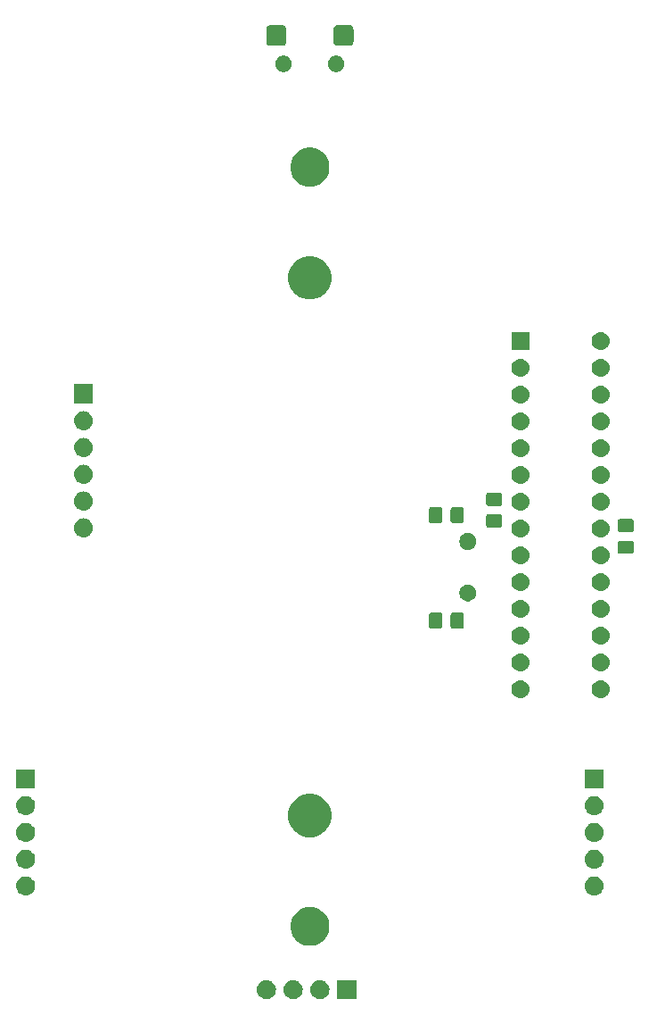
<source format=gbs>
G04 #@! TF.GenerationSoftware,KiCad,Pcbnew,5.0.2-bee76a0~70~ubuntu18.04.1*
G04 #@! TF.CreationDate,2021-08-22T23:20:32+02:00*
G04 #@! TF.ProjectId,snailbot,736e6169-6c62-46f7-942e-6b696361645f,3*
G04 #@! TF.SameCoordinates,Original*
G04 #@! TF.FileFunction,Soldermask,Bot*
G04 #@! TF.FilePolarity,Negative*
%FSLAX46Y46*%
G04 Gerber Fmt 4.6, Leading zero omitted, Abs format (unit mm)*
G04 Created by KiCad (PCBNEW 5.0.2-bee76a0~70~ubuntu18.04.1) date nie, 22 sie 2021, 23:20:32*
%MOMM*%
%LPD*%
G01*
G04 APERTURE LIST*
%ADD10C,0.100000*%
G04 APERTURE END LIST*
D10*
G36*
X68530442Y-106105518D02*
X68596627Y-106112037D01*
X68709853Y-106146384D01*
X68766467Y-106163557D01*
X68905087Y-106237652D01*
X68922991Y-106247222D01*
X68958729Y-106276552D01*
X69060186Y-106359814D01*
X69143448Y-106461271D01*
X69172778Y-106497009D01*
X69172779Y-106497011D01*
X69256443Y-106653533D01*
X69256443Y-106653534D01*
X69307963Y-106823373D01*
X69325359Y-107000000D01*
X69307963Y-107176627D01*
X69273616Y-107289853D01*
X69256443Y-107346467D01*
X69182348Y-107485087D01*
X69172778Y-107502991D01*
X69143448Y-107538729D01*
X69060186Y-107640186D01*
X68958729Y-107723448D01*
X68922991Y-107752778D01*
X68922989Y-107752779D01*
X68766467Y-107836443D01*
X68709853Y-107853616D01*
X68596627Y-107887963D01*
X68530442Y-107894482D01*
X68464260Y-107901000D01*
X68375740Y-107901000D01*
X68309558Y-107894482D01*
X68243373Y-107887963D01*
X68130147Y-107853616D01*
X68073533Y-107836443D01*
X67917011Y-107752779D01*
X67917009Y-107752778D01*
X67881271Y-107723448D01*
X67779814Y-107640186D01*
X67696552Y-107538729D01*
X67667222Y-107502991D01*
X67657652Y-107485087D01*
X67583557Y-107346467D01*
X67566384Y-107289853D01*
X67532037Y-107176627D01*
X67514641Y-107000000D01*
X67532037Y-106823373D01*
X67583557Y-106653534D01*
X67583557Y-106653533D01*
X67667221Y-106497011D01*
X67667222Y-106497009D01*
X67696552Y-106461271D01*
X67779814Y-106359814D01*
X67881271Y-106276552D01*
X67917009Y-106247222D01*
X67934913Y-106237652D01*
X68073533Y-106163557D01*
X68130147Y-106146384D01*
X68243373Y-106112037D01*
X68309558Y-106105518D01*
X68375740Y-106099000D01*
X68464260Y-106099000D01*
X68530442Y-106105518D01*
X68530442Y-106105518D01*
G37*
G36*
X74401000Y-107901000D02*
X72599000Y-107901000D01*
X72599000Y-106099000D01*
X74401000Y-106099000D01*
X74401000Y-107901000D01*
X74401000Y-107901000D01*
G37*
G36*
X65990442Y-106105518D02*
X66056627Y-106112037D01*
X66169853Y-106146384D01*
X66226467Y-106163557D01*
X66365087Y-106237652D01*
X66382991Y-106247222D01*
X66418729Y-106276552D01*
X66520186Y-106359814D01*
X66603448Y-106461271D01*
X66632778Y-106497009D01*
X66632779Y-106497011D01*
X66716443Y-106653533D01*
X66716443Y-106653534D01*
X66767963Y-106823373D01*
X66785359Y-107000000D01*
X66767963Y-107176627D01*
X66733616Y-107289853D01*
X66716443Y-107346467D01*
X66642348Y-107485087D01*
X66632778Y-107502991D01*
X66603448Y-107538729D01*
X66520186Y-107640186D01*
X66418729Y-107723448D01*
X66382991Y-107752778D01*
X66382989Y-107752779D01*
X66226467Y-107836443D01*
X66169853Y-107853616D01*
X66056627Y-107887963D01*
X65990442Y-107894482D01*
X65924260Y-107901000D01*
X65835740Y-107901000D01*
X65769558Y-107894482D01*
X65703373Y-107887963D01*
X65590147Y-107853616D01*
X65533533Y-107836443D01*
X65377011Y-107752779D01*
X65377009Y-107752778D01*
X65341271Y-107723448D01*
X65239814Y-107640186D01*
X65156552Y-107538729D01*
X65127222Y-107502991D01*
X65117652Y-107485087D01*
X65043557Y-107346467D01*
X65026384Y-107289853D01*
X64992037Y-107176627D01*
X64974641Y-107000000D01*
X64992037Y-106823373D01*
X65043557Y-106653534D01*
X65043557Y-106653533D01*
X65127221Y-106497011D01*
X65127222Y-106497009D01*
X65156552Y-106461271D01*
X65239814Y-106359814D01*
X65341271Y-106276552D01*
X65377009Y-106247222D01*
X65394913Y-106237652D01*
X65533533Y-106163557D01*
X65590147Y-106146384D01*
X65703373Y-106112037D01*
X65769558Y-106105518D01*
X65835740Y-106099000D01*
X65924260Y-106099000D01*
X65990442Y-106105518D01*
X65990442Y-106105518D01*
G37*
G36*
X71070442Y-106105518D02*
X71136627Y-106112037D01*
X71249853Y-106146384D01*
X71306467Y-106163557D01*
X71445087Y-106237652D01*
X71462991Y-106247222D01*
X71498729Y-106276552D01*
X71600186Y-106359814D01*
X71683448Y-106461271D01*
X71712778Y-106497009D01*
X71712779Y-106497011D01*
X71796443Y-106653533D01*
X71796443Y-106653534D01*
X71847963Y-106823373D01*
X71865359Y-107000000D01*
X71847963Y-107176627D01*
X71813616Y-107289853D01*
X71796443Y-107346467D01*
X71722348Y-107485087D01*
X71712778Y-107502991D01*
X71683448Y-107538729D01*
X71600186Y-107640186D01*
X71498729Y-107723448D01*
X71462991Y-107752778D01*
X71462989Y-107752779D01*
X71306467Y-107836443D01*
X71249853Y-107853616D01*
X71136627Y-107887963D01*
X71070442Y-107894482D01*
X71004260Y-107901000D01*
X70915740Y-107901000D01*
X70849558Y-107894482D01*
X70783373Y-107887963D01*
X70670147Y-107853616D01*
X70613533Y-107836443D01*
X70457011Y-107752779D01*
X70457009Y-107752778D01*
X70421271Y-107723448D01*
X70319814Y-107640186D01*
X70236552Y-107538729D01*
X70207222Y-107502991D01*
X70197652Y-107485087D01*
X70123557Y-107346467D01*
X70106384Y-107289853D01*
X70072037Y-107176627D01*
X70054641Y-107000000D01*
X70072037Y-106823373D01*
X70123557Y-106653534D01*
X70123557Y-106653533D01*
X70207221Y-106497011D01*
X70207222Y-106497009D01*
X70236552Y-106461271D01*
X70319814Y-106359814D01*
X70421271Y-106276552D01*
X70457009Y-106247222D01*
X70474913Y-106237652D01*
X70613533Y-106163557D01*
X70670147Y-106146384D01*
X70783373Y-106112037D01*
X70849558Y-106105518D01*
X70915740Y-106099000D01*
X71004260Y-106099000D01*
X71070442Y-106105518D01*
X71070442Y-106105518D01*
G37*
G36*
X70361113Y-99184567D02*
X70539917Y-99220133D01*
X70876777Y-99359665D01*
X71177902Y-99560870D01*
X71179947Y-99562237D01*
X71437763Y-99820053D01*
X71437765Y-99820056D01*
X71640335Y-100123223D01*
X71779867Y-100460083D01*
X71851000Y-100817692D01*
X71851000Y-101182308D01*
X71779867Y-101539917D01*
X71640335Y-101876777D01*
X71439130Y-102177902D01*
X71437763Y-102179947D01*
X71179947Y-102437763D01*
X71179944Y-102437765D01*
X70876777Y-102640335D01*
X70539917Y-102779867D01*
X70361112Y-102815434D01*
X70182309Y-102851000D01*
X69817691Y-102851000D01*
X69638888Y-102815434D01*
X69460083Y-102779867D01*
X69123223Y-102640335D01*
X68820056Y-102437765D01*
X68820053Y-102437763D01*
X68562237Y-102179947D01*
X68560870Y-102177902D01*
X68359665Y-101876777D01*
X68220133Y-101539917D01*
X68149000Y-101182308D01*
X68149000Y-100817692D01*
X68220133Y-100460083D01*
X68359665Y-100123223D01*
X68562235Y-99820056D01*
X68562237Y-99820053D01*
X68820053Y-99562237D01*
X68822098Y-99560870D01*
X69123223Y-99359665D01*
X69460083Y-99220133D01*
X69638887Y-99184567D01*
X69817691Y-99149000D01*
X70182309Y-99149000D01*
X70361113Y-99184567D01*
X70361113Y-99184567D01*
G37*
G36*
X43110443Y-96265519D02*
X43176627Y-96272037D01*
X43289853Y-96306384D01*
X43346467Y-96323557D01*
X43485087Y-96397652D01*
X43502991Y-96407222D01*
X43538729Y-96436552D01*
X43640186Y-96519814D01*
X43723448Y-96621271D01*
X43752778Y-96657009D01*
X43752779Y-96657011D01*
X43836443Y-96813533D01*
X43836443Y-96813534D01*
X43887963Y-96983373D01*
X43905359Y-97160000D01*
X43887963Y-97336627D01*
X43853616Y-97449853D01*
X43836443Y-97506467D01*
X43762348Y-97645087D01*
X43752778Y-97662991D01*
X43723448Y-97698729D01*
X43640186Y-97800186D01*
X43538729Y-97883448D01*
X43502991Y-97912778D01*
X43502989Y-97912779D01*
X43346467Y-97996443D01*
X43289853Y-98013616D01*
X43176627Y-98047963D01*
X43110442Y-98054482D01*
X43044260Y-98061000D01*
X42955740Y-98061000D01*
X42889558Y-98054482D01*
X42823373Y-98047963D01*
X42710147Y-98013616D01*
X42653533Y-97996443D01*
X42497011Y-97912779D01*
X42497009Y-97912778D01*
X42461271Y-97883448D01*
X42359814Y-97800186D01*
X42276552Y-97698729D01*
X42247222Y-97662991D01*
X42237652Y-97645087D01*
X42163557Y-97506467D01*
X42146384Y-97449853D01*
X42112037Y-97336627D01*
X42094641Y-97160000D01*
X42112037Y-96983373D01*
X42163557Y-96813534D01*
X42163557Y-96813533D01*
X42247221Y-96657011D01*
X42247222Y-96657009D01*
X42276552Y-96621271D01*
X42359814Y-96519814D01*
X42461271Y-96436552D01*
X42497009Y-96407222D01*
X42514913Y-96397652D01*
X42653533Y-96323557D01*
X42710147Y-96306384D01*
X42823373Y-96272037D01*
X42889557Y-96265519D01*
X42955740Y-96259000D01*
X43044260Y-96259000D01*
X43110443Y-96265519D01*
X43110443Y-96265519D01*
G37*
G36*
X97110443Y-96265519D02*
X97176627Y-96272037D01*
X97289853Y-96306384D01*
X97346467Y-96323557D01*
X97485087Y-96397652D01*
X97502991Y-96407222D01*
X97538729Y-96436552D01*
X97640186Y-96519814D01*
X97723448Y-96621271D01*
X97752778Y-96657009D01*
X97752779Y-96657011D01*
X97836443Y-96813533D01*
X97836443Y-96813534D01*
X97887963Y-96983373D01*
X97905359Y-97160000D01*
X97887963Y-97336627D01*
X97853616Y-97449853D01*
X97836443Y-97506467D01*
X97762348Y-97645087D01*
X97752778Y-97662991D01*
X97723448Y-97698729D01*
X97640186Y-97800186D01*
X97538729Y-97883448D01*
X97502991Y-97912778D01*
X97502989Y-97912779D01*
X97346467Y-97996443D01*
X97289853Y-98013616D01*
X97176627Y-98047963D01*
X97110442Y-98054482D01*
X97044260Y-98061000D01*
X96955740Y-98061000D01*
X96889558Y-98054482D01*
X96823373Y-98047963D01*
X96710147Y-98013616D01*
X96653533Y-97996443D01*
X96497011Y-97912779D01*
X96497009Y-97912778D01*
X96461271Y-97883448D01*
X96359814Y-97800186D01*
X96276552Y-97698729D01*
X96247222Y-97662991D01*
X96237652Y-97645087D01*
X96163557Y-97506467D01*
X96146384Y-97449853D01*
X96112037Y-97336627D01*
X96094641Y-97160000D01*
X96112037Y-96983373D01*
X96163557Y-96813534D01*
X96163557Y-96813533D01*
X96247221Y-96657011D01*
X96247222Y-96657009D01*
X96276552Y-96621271D01*
X96359814Y-96519814D01*
X96461271Y-96436552D01*
X96497009Y-96407222D01*
X96514913Y-96397652D01*
X96653533Y-96323557D01*
X96710147Y-96306384D01*
X96823373Y-96272037D01*
X96889558Y-96265518D01*
X96955740Y-96259000D01*
X97044260Y-96259000D01*
X97110443Y-96265519D01*
X97110443Y-96265519D01*
G37*
G36*
X97110442Y-93725518D02*
X97176627Y-93732037D01*
X97289853Y-93766384D01*
X97346467Y-93783557D01*
X97485087Y-93857652D01*
X97502991Y-93867222D01*
X97538729Y-93896552D01*
X97640186Y-93979814D01*
X97723448Y-94081271D01*
X97752778Y-94117009D01*
X97752779Y-94117011D01*
X97836443Y-94273533D01*
X97836443Y-94273534D01*
X97887963Y-94443373D01*
X97905359Y-94620000D01*
X97887963Y-94796627D01*
X97853616Y-94909853D01*
X97836443Y-94966467D01*
X97762348Y-95105087D01*
X97752778Y-95122991D01*
X97723448Y-95158729D01*
X97640186Y-95260186D01*
X97538729Y-95343448D01*
X97502991Y-95372778D01*
X97502989Y-95372779D01*
X97346467Y-95456443D01*
X97289853Y-95473616D01*
X97176627Y-95507963D01*
X97110442Y-95514482D01*
X97044260Y-95521000D01*
X96955740Y-95521000D01*
X96889558Y-95514482D01*
X96823373Y-95507963D01*
X96710147Y-95473616D01*
X96653533Y-95456443D01*
X96497011Y-95372779D01*
X96497009Y-95372778D01*
X96461271Y-95343448D01*
X96359814Y-95260186D01*
X96276552Y-95158729D01*
X96247222Y-95122991D01*
X96237652Y-95105087D01*
X96163557Y-94966467D01*
X96146384Y-94909853D01*
X96112037Y-94796627D01*
X96094641Y-94620000D01*
X96112037Y-94443373D01*
X96163557Y-94273534D01*
X96163557Y-94273533D01*
X96247221Y-94117011D01*
X96247222Y-94117009D01*
X96276552Y-94081271D01*
X96359814Y-93979814D01*
X96461271Y-93896552D01*
X96497009Y-93867222D01*
X96514913Y-93857652D01*
X96653533Y-93783557D01*
X96710147Y-93766384D01*
X96823373Y-93732037D01*
X96889558Y-93725518D01*
X96955740Y-93719000D01*
X97044260Y-93719000D01*
X97110442Y-93725518D01*
X97110442Y-93725518D01*
G37*
G36*
X43110442Y-93725518D02*
X43176627Y-93732037D01*
X43289853Y-93766384D01*
X43346467Y-93783557D01*
X43485087Y-93857652D01*
X43502991Y-93867222D01*
X43538729Y-93896552D01*
X43640186Y-93979814D01*
X43723448Y-94081271D01*
X43752778Y-94117009D01*
X43752779Y-94117011D01*
X43836443Y-94273533D01*
X43836443Y-94273534D01*
X43887963Y-94443373D01*
X43905359Y-94620000D01*
X43887963Y-94796627D01*
X43853616Y-94909853D01*
X43836443Y-94966467D01*
X43762348Y-95105087D01*
X43752778Y-95122991D01*
X43723448Y-95158729D01*
X43640186Y-95260186D01*
X43538729Y-95343448D01*
X43502991Y-95372778D01*
X43502989Y-95372779D01*
X43346467Y-95456443D01*
X43289853Y-95473616D01*
X43176627Y-95507963D01*
X43110442Y-95514482D01*
X43044260Y-95521000D01*
X42955740Y-95521000D01*
X42889558Y-95514482D01*
X42823373Y-95507963D01*
X42710147Y-95473616D01*
X42653533Y-95456443D01*
X42497011Y-95372779D01*
X42497009Y-95372778D01*
X42461271Y-95343448D01*
X42359814Y-95260186D01*
X42276552Y-95158729D01*
X42247222Y-95122991D01*
X42237652Y-95105087D01*
X42163557Y-94966467D01*
X42146384Y-94909853D01*
X42112037Y-94796627D01*
X42094641Y-94620000D01*
X42112037Y-94443373D01*
X42163557Y-94273534D01*
X42163557Y-94273533D01*
X42247221Y-94117011D01*
X42247222Y-94117009D01*
X42276552Y-94081271D01*
X42359814Y-93979814D01*
X42461271Y-93896552D01*
X42497009Y-93867222D01*
X42514913Y-93857652D01*
X42653533Y-93783557D01*
X42710147Y-93766384D01*
X42823373Y-93732037D01*
X42889558Y-93725518D01*
X42955740Y-93719000D01*
X43044260Y-93719000D01*
X43110442Y-93725518D01*
X43110442Y-93725518D01*
G37*
G36*
X43110442Y-91185518D02*
X43176627Y-91192037D01*
X43289853Y-91226384D01*
X43346467Y-91243557D01*
X43485087Y-91317652D01*
X43502991Y-91327222D01*
X43538729Y-91356552D01*
X43640186Y-91439814D01*
X43723448Y-91541271D01*
X43752778Y-91577009D01*
X43752779Y-91577011D01*
X43836443Y-91733533D01*
X43836443Y-91733534D01*
X43887963Y-91903373D01*
X43905359Y-92080000D01*
X43887963Y-92256627D01*
X43869475Y-92317573D01*
X43836443Y-92426467D01*
X43812008Y-92472181D01*
X43752778Y-92582991D01*
X43723448Y-92618729D01*
X43640186Y-92720186D01*
X43538729Y-92803448D01*
X43502991Y-92832778D01*
X43502989Y-92832779D01*
X43346467Y-92916443D01*
X43289853Y-92933616D01*
X43176627Y-92967963D01*
X43110443Y-92974481D01*
X43044260Y-92981000D01*
X42955740Y-92981000D01*
X42889557Y-92974481D01*
X42823373Y-92967963D01*
X42710147Y-92933616D01*
X42653533Y-92916443D01*
X42497011Y-92832779D01*
X42497009Y-92832778D01*
X42461271Y-92803448D01*
X42359814Y-92720186D01*
X42276552Y-92618729D01*
X42247222Y-92582991D01*
X42187992Y-92472181D01*
X42163557Y-92426467D01*
X42130525Y-92317573D01*
X42112037Y-92256627D01*
X42094641Y-92080000D01*
X42112037Y-91903373D01*
X42163557Y-91733534D01*
X42163557Y-91733533D01*
X42247221Y-91577011D01*
X42247222Y-91577009D01*
X42276552Y-91541271D01*
X42359814Y-91439814D01*
X42461271Y-91356552D01*
X42497009Y-91327222D01*
X42514913Y-91317652D01*
X42653533Y-91243557D01*
X42710147Y-91226384D01*
X42823373Y-91192037D01*
X42889558Y-91185518D01*
X42955740Y-91179000D01*
X43044260Y-91179000D01*
X43110442Y-91185518D01*
X43110442Y-91185518D01*
G37*
G36*
X97110442Y-91185518D02*
X97176627Y-91192037D01*
X97289853Y-91226384D01*
X97346467Y-91243557D01*
X97485087Y-91317652D01*
X97502991Y-91327222D01*
X97538729Y-91356552D01*
X97640186Y-91439814D01*
X97723448Y-91541271D01*
X97752778Y-91577009D01*
X97752779Y-91577011D01*
X97836443Y-91733533D01*
X97836443Y-91733534D01*
X97887963Y-91903373D01*
X97905359Y-92080000D01*
X97887963Y-92256627D01*
X97869475Y-92317573D01*
X97836443Y-92426467D01*
X97812008Y-92472181D01*
X97752778Y-92582991D01*
X97723448Y-92618729D01*
X97640186Y-92720186D01*
X97538729Y-92803448D01*
X97502991Y-92832778D01*
X97502989Y-92832779D01*
X97346467Y-92916443D01*
X97289853Y-92933616D01*
X97176627Y-92967963D01*
X97110443Y-92974481D01*
X97044260Y-92981000D01*
X96955740Y-92981000D01*
X96889557Y-92974481D01*
X96823373Y-92967963D01*
X96710147Y-92933616D01*
X96653533Y-92916443D01*
X96497011Y-92832779D01*
X96497009Y-92832778D01*
X96461271Y-92803448D01*
X96359814Y-92720186D01*
X96276552Y-92618729D01*
X96247222Y-92582991D01*
X96187992Y-92472181D01*
X96163557Y-92426467D01*
X96130525Y-92317573D01*
X96112037Y-92256627D01*
X96094641Y-92080000D01*
X96112037Y-91903373D01*
X96163557Y-91733534D01*
X96163557Y-91733533D01*
X96247221Y-91577011D01*
X96247222Y-91577009D01*
X96276552Y-91541271D01*
X96359814Y-91439814D01*
X96461271Y-91356552D01*
X96497009Y-91327222D01*
X96514913Y-91317652D01*
X96653533Y-91243557D01*
X96710147Y-91226384D01*
X96823373Y-91192037D01*
X96889558Y-91185518D01*
X96955740Y-91179000D01*
X97044260Y-91179000D01*
X97110442Y-91185518D01*
X97110442Y-91185518D01*
G37*
G36*
X70598252Y-88527818D02*
X70598254Y-88527819D01*
X70598255Y-88527819D01*
X70971513Y-88682427D01*
X71296855Y-88899814D01*
X71307439Y-88906886D01*
X71593114Y-89192561D01*
X71593116Y-89192564D01*
X71817573Y-89528487D01*
X71972181Y-89901745D01*
X71972182Y-89901748D01*
X72049963Y-90292779D01*
X72051000Y-90297994D01*
X72051000Y-90702006D01*
X71972181Y-91098255D01*
X71817573Y-91471513D01*
X71747081Y-91577011D01*
X71593114Y-91807439D01*
X71307439Y-92093114D01*
X71307436Y-92093116D01*
X70971513Y-92317573D01*
X70598255Y-92472181D01*
X70598254Y-92472181D01*
X70598252Y-92472182D01*
X70202007Y-92551000D01*
X69797993Y-92551000D01*
X69401748Y-92472182D01*
X69401746Y-92472181D01*
X69401745Y-92472181D01*
X69028487Y-92317573D01*
X68692564Y-92093116D01*
X68692561Y-92093114D01*
X68406886Y-91807439D01*
X68252919Y-91577011D01*
X68182427Y-91471513D01*
X68027819Y-91098255D01*
X67949000Y-90702006D01*
X67949000Y-90297994D01*
X67950037Y-90292779D01*
X68027818Y-89901748D01*
X68027819Y-89901745D01*
X68182427Y-89528487D01*
X68406884Y-89192564D01*
X68406886Y-89192561D01*
X68692561Y-88906886D01*
X68703145Y-88899814D01*
X69028487Y-88682427D01*
X69401745Y-88527819D01*
X69401746Y-88527819D01*
X69401748Y-88527818D01*
X69797993Y-88449000D01*
X70202007Y-88449000D01*
X70598252Y-88527818D01*
X70598252Y-88527818D01*
G37*
G36*
X43110443Y-88645519D02*
X43176627Y-88652037D01*
X43276813Y-88682428D01*
X43346467Y-88703557D01*
X43485087Y-88777652D01*
X43502991Y-88787222D01*
X43538729Y-88816552D01*
X43640186Y-88899814D01*
X43723448Y-89001271D01*
X43752778Y-89037009D01*
X43752779Y-89037011D01*
X43836443Y-89193533D01*
X43836443Y-89193534D01*
X43887963Y-89363373D01*
X43905359Y-89540000D01*
X43887963Y-89716627D01*
X43853616Y-89829853D01*
X43836443Y-89886467D01*
X43828275Y-89901748D01*
X43752778Y-90042991D01*
X43723448Y-90078729D01*
X43640186Y-90180186D01*
X43538729Y-90263448D01*
X43502991Y-90292778D01*
X43502989Y-90292779D01*
X43346467Y-90376443D01*
X43289853Y-90393616D01*
X43176627Y-90427963D01*
X43110442Y-90434482D01*
X43044260Y-90441000D01*
X42955740Y-90441000D01*
X42889558Y-90434482D01*
X42823373Y-90427963D01*
X42710147Y-90393616D01*
X42653533Y-90376443D01*
X42497011Y-90292779D01*
X42497009Y-90292778D01*
X42461271Y-90263448D01*
X42359814Y-90180186D01*
X42276552Y-90078729D01*
X42247222Y-90042991D01*
X42171725Y-89901748D01*
X42163557Y-89886467D01*
X42146384Y-89829853D01*
X42112037Y-89716627D01*
X42094641Y-89540000D01*
X42112037Y-89363373D01*
X42163557Y-89193534D01*
X42163557Y-89193533D01*
X42247221Y-89037011D01*
X42247222Y-89037009D01*
X42276552Y-89001271D01*
X42359814Y-88899814D01*
X42461271Y-88816552D01*
X42497009Y-88787222D01*
X42514913Y-88777652D01*
X42653533Y-88703557D01*
X42723187Y-88682428D01*
X42823373Y-88652037D01*
X42889557Y-88645519D01*
X42955740Y-88639000D01*
X43044260Y-88639000D01*
X43110443Y-88645519D01*
X43110443Y-88645519D01*
G37*
G36*
X97110443Y-88645519D02*
X97176627Y-88652037D01*
X97276813Y-88682428D01*
X97346467Y-88703557D01*
X97485087Y-88777652D01*
X97502991Y-88787222D01*
X97538729Y-88816552D01*
X97640186Y-88899814D01*
X97723448Y-89001271D01*
X97752778Y-89037009D01*
X97752779Y-89037011D01*
X97836443Y-89193533D01*
X97836443Y-89193534D01*
X97887963Y-89363373D01*
X97905359Y-89540000D01*
X97887963Y-89716627D01*
X97853616Y-89829853D01*
X97836443Y-89886467D01*
X97828275Y-89901748D01*
X97752778Y-90042991D01*
X97723448Y-90078729D01*
X97640186Y-90180186D01*
X97538729Y-90263448D01*
X97502991Y-90292778D01*
X97502989Y-90292779D01*
X97346467Y-90376443D01*
X97289853Y-90393616D01*
X97176627Y-90427963D01*
X97110442Y-90434482D01*
X97044260Y-90441000D01*
X96955740Y-90441000D01*
X96889558Y-90434482D01*
X96823373Y-90427963D01*
X96710147Y-90393616D01*
X96653533Y-90376443D01*
X96497011Y-90292779D01*
X96497009Y-90292778D01*
X96461271Y-90263448D01*
X96359814Y-90180186D01*
X96276552Y-90078729D01*
X96247222Y-90042991D01*
X96171725Y-89901748D01*
X96163557Y-89886467D01*
X96146384Y-89829853D01*
X96112037Y-89716627D01*
X96094641Y-89540000D01*
X96112037Y-89363373D01*
X96163557Y-89193534D01*
X96163557Y-89193533D01*
X96247221Y-89037011D01*
X96247222Y-89037009D01*
X96276552Y-89001271D01*
X96359814Y-88899814D01*
X96461271Y-88816552D01*
X96497009Y-88787222D01*
X96514913Y-88777652D01*
X96653533Y-88703557D01*
X96723187Y-88682428D01*
X96823373Y-88652037D01*
X96889557Y-88645519D01*
X96955740Y-88639000D01*
X97044260Y-88639000D01*
X97110443Y-88645519D01*
X97110443Y-88645519D01*
G37*
G36*
X43901000Y-87901000D02*
X42099000Y-87901000D01*
X42099000Y-86099000D01*
X43901000Y-86099000D01*
X43901000Y-87901000D01*
X43901000Y-87901000D01*
G37*
G36*
X97901000Y-87901000D02*
X96099000Y-87901000D01*
X96099000Y-86099000D01*
X97901000Y-86099000D01*
X97901000Y-87901000D01*
X97901000Y-87901000D01*
G37*
G36*
X97786821Y-77681313D02*
X97786824Y-77681314D01*
X97786825Y-77681314D01*
X97947239Y-77729975D01*
X97947241Y-77729976D01*
X97947244Y-77729977D01*
X98095078Y-77808995D01*
X98224659Y-77915341D01*
X98331005Y-78044922D01*
X98410023Y-78192756D01*
X98458687Y-78353179D01*
X98475117Y-78520000D01*
X98458687Y-78686821D01*
X98410023Y-78847244D01*
X98331005Y-78995078D01*
X98224659Y-79124659D01*
X98095078Y-79231005D01*
X97947244Y-79310023D01*
X97947241Y-79310024D01*
X97947239Y-79310025D01*
X97786825Y-79358686D01*
X97786824Y-79358686D01*
X97786821Y-79358687D01*
X97661804Y-79371000D01*
X97578196Y-79371000D01*
X97453179Y-79358687D01*
X97453176Y-79358686D01*
X97453175Y-79358686D01*
X97292761Y-79310025D01*
X97292759Y-79310024D01*
X97292756Y-79310023D01*
X97144922Y-79231005D01*
X97015341Y-79124659D01*
X96908995Y-78995078D01*
X96829977Y-78847244D01*
X96781313Y-78686821D01*
X96764883Y-78520000D01*
X96781313Y-78353179D01*
X96829977Y-78192756D01*
X96908995Y-78044922D01*
X97015341Y-77915341D01*
X97144922Y-77808995D01*
X97292756Y-77729977D01*
X97292759Y-77729976D01*
X97292761Y-77729975D01*
X97453175Y-77681314D01*
X97453176Y-77681314D01*
X97453179Y-77681313D01*
X97578196Y-77669000D01*
X97661804Y-77669000D01*
X97786821Y-77681313D01*
X97786821Y-77681313D01*
G37*
G36*
X90166821Y-77681313D02*
X90166824Y-77681314D01*
X90166825Y-77681314D01*
X90327239Y-77729975D01*
X90327241Y-77729976D01*
X90327244Y-77729977D01*
X90475078Y-77808995D01*
X90604659Y-77915341D01*
X90711005Y-78044922D01*
X90790023Y-78192756D01*
X90838687Y-78353179D01*
X90855117Y-78520000D01*
X90838687Y-78686821D01*
X90790023Y-78847244D01*
X90711005Y-78995078D01*
X90604659Y-79124659D01*
X90475078Y-79231005D01*
X90327244Y-79310023D01*
X90327241Y-79310024D01*
X90327239Y-79310025D01*
X90166825Y-79358686D01*
X90166824Y-79358686D01*
X90166821Y-79358687D01*
X90041804Y-79371000D01*
X89958196Y-79371000D01*
X89833179Y-79358687D01*
X89833176Y-79358686D01*
X89833175Y-79358686D01*
X89672761Y-79310025D01*
X89672759Y-79310024D01*
X89672756Y-79310023D01*
X89524922Y-79231005D01*
X89395341Y-79124659D01*
X89288995Y-78995078D01*
X89209977Y-78847244D01*
X89161313Y-78686821D01*
X89144883Y-78520000D01*
X89161313Y-78353179D01*
X89209977Y-78192756D01*
X89288995Y-78044922D01*
X89395341Y-77915341D01*
X89524922Y-77808995D01*
X89672756Y-77729977D01*
X89672759Y-77729976D01*
X89672761Y-77729975D01*
X89833175Y-77681314D01*
X89833176Y-77681314D01*
X89833179Y-77681313D01*
X89958196Y-77669000D01*
X90041804Y-77669000D01*
X90166821Y-77681313D01*
X90166821Y-77681313D01*
G37*
G36*
X90166821Y-75141313D02*
X90166824Y-75141314D01*
X90166825Y-75141314D01*
X90327239Y-75189975D01*
X90327241Y-75189976D01*
X90327244Y-75189977D01*
X90475078Y-75268995D01*
X90604659Y-75375341D01*
X90711005Y-75504922D01*
X90790023Y-75652756D01*
X90838687Y-75813179D01*
X90855117Y-75980000D01*
X90838687Y-76146821D01*
X90790023Y-76307244D01*
X90711005Y-76455078D01*
X90604659Y-76584659D01*
X90475078Y-76691005D01*
X90327244Y-76770023D01*
X90327241Y-76770024D01*
X90327239Y-76770025D01*
X90166825Y-76818686D01*
X90166824Y-76818686D01*
X90166821Y-76818687D01*
X90041804Y-76831000D01*
X89958196Y-76831000D01*
X89833179Y-76818687D01*
X89833176Y-76818686D01*
X89833175Y-76818686D01*
X89672761Y-76770025D01*
X89672759Y-76770024D01*
X89672756Y-76770023D01*
X89524922Y-76691005D01*
X89395341Y-76584659D01*
X89288995Y-76455078D01*
X89209977Y-76307244D01*
X89161313Y-76146821D01*
X89144883Y-75980000D01*
X89161313Y-75813179D01*
X89209977Y-75652756D01*
X89288995Y-75504922D01*
X89395341Y-75375341D01*
X89524922Y-75268995D01*
X89672756Y-75189977D01*
X89672759Y-75189976D01*
X89672761Y-75189975D01*
X89833175Y-75141314D01*
X89833176Y-75141314D01*
X89833179Y-75141313D01*
X89958196Y-75129000D01*
X90041804Y-75129000D01*
X90166821Y-75141313D01*
X90166821Y-75141313D01*
G37*
G36*
X97786821Y-75141313D02*
X97786824Y-75141314D01*
X97786825Y-75141314D01*
X97947239Y-75189975D01*
X97947241Y-75189976D01*
X97947244Y-75189977D01*
X98095078Y-75268995D01*
X98224659Y-75375341D01*
X98331005Y-75504922D01*
X98410023Y-75652756D01*
X98458687Y-75813179D01*
X98475117Y-75980000D01*
X98458687Y-76146821D01*
X98410023Y-76307244D01*
X98331005Y-76455078D01*
X98224659Y-76584659D01*
X98095078Y-76691005D01*
X97947244Y-76770023D01*
X97947241Y-76770024D01*
X97947239Y-76770025D01*
X97786825Y-76818686D01*
X97786824Y-76818686D01*
X97786821Y-76818687D01*
X97661804Y-76831000D01*
X97578196Y-76831000D01*
X97453179Y-76818687D01*
X97453176Y-76818686D01*
X97453175Y-76818686D01*
X97292761Y-76770025D01*
X97292759Y-76770024D01*
X97292756Y-76770023D01*
X97144922Y-76691005D01*
X97015341Y-76584659D01*
X96908995Y-76455078D01*
X96829977Y-76307244D01*
X96781313Y-76146821D01*
X96764883Y-75980000D01*
X96781313Y-75813179D01*
X96829977Y-75652756D01*
X96908995Y-75504922D01*
X97015341Y-75375341D01*
X97144922Y-75268995D01*
X97292756Y-75189977D01*
X97292759Y-75189976D01*
X97292761Y-75189975D01*
X97453175Y-75141314D01*
X97453176Y-75141314D01*
X97453179Y-75141313D01*
X97578196Y-75129000D01*
X97661804Y-75129000D01*
X97786821Y-75141313D01*
X97786821Y-75141313D01*
G37*
G36*
X97786821Y-72601313D02*
X97786824Y-72601314D01*
X97786825Y-72601314D01*
X97947239Y-72649975D01*
X97947241Y-72649976D01*
X97947244Y-72649977D01*
X98095078Y-72728995D01*
X98224659Y-72835341D01*
X98331005Y-72964922D01*
X98410023Y-73112756D01*
X98458687Y-73273179D01*
X98475117Y-73440000D01*
X98458687Y-73606821D01*
X98410023Y-73767244D01*
X98331005Y-73915078D01*
X98224659Y-74044659D01*
X98095078Y-74151005D01*
X97947244Y-74230023D01*
X97947241Y-74230024D01*
X97947239Y-74230025D01*
X97786825Y-74278686D01*
X97786824Y-74278686D01*
X97786821Y-74278687D01*
X97661804Y-74291000D01*
X97578196Y-74291000D01*
X97453179Y-74278687D01*
X97453176Y-74278686D01*
X97453175Y-74278686D01*
X97292761Y-74230025D01*
X97292759Y-74230024D01*
X97292756Y-74230023D01*
X97144922Y-74151005D01*
X97015341Y-74044659D01*
X96908995Y-73915078D01*
X96829977Y-73767244D01*
X96781313Y-73606821D01*
X96764883Y-73440000D01*
X96781313Y-73273179D01*
X96829977Y-73112756D01*
X96908995Y-72964922D01*
X97015341Y-72835341D01*
X97144922Y-72728995D01*
X97292756Y-72649977D01*
X97292759Y-72649976D01*
X97292761Y-72649975D01*
X97453175Y-72601314D01*
X97453176Y-72601314D01*
X97453179Y-72601313D01*
X97578196Y-72589000D01*
X97661804Y-72589000D01*
X97786821Y-72601313D01*
X97786821Y-72601313D01*
G37*
G36*
X90166821Y-72601313D02*
X90166824Y-72601314D01*
X90166825Y-72601314D01*
X90327239Y-72649975D01*
X90327241Y-72649976D01*
X90327244Y-72649977D01*
X90475078Y-72728995D01*
X90604659Y-72835341D01*
X90711005Y-72964922D01*
X90790023Y-73112756D01*
X90838687Y-73273179D01*
X90855117Y-73440000D01*
X90838687Y-73606821D01*
X90790023Y-73767244D01*
X90711005Y-73915078D01*
X90604659Y-74044659D01*
X90475078Y-74151005D01*
X90327244Y-74230023D01*
X90327241Y-74230024D01*
X90327239Y-74230025D01*
X90166825Y-74278686D01*
X90166824Y-74278686D01*
X90166821Y-74278687D01*
X90041804Y-74291000D01*
X89958196Y-74291000D01*
X89833179Y-74278687D01*
X89833176Y-74278686D01*
X89833175Y-74278686D01*
X89672761Y-74230025D01*
X89672759Y-74230024D01*
X89672756Y-74230023D01*
X89524922Y-74151005D01*
X89395341Y-74044659D01*
X89288995Y-73915078D01*
X89209977Y-73767244D01*
X89161313Y-73606821D01*
X89144883Y-73440000D01*
X89161313Y-73273179D01*
X89209977Y-73112756D01*
X89288995Y-72964922D01*
X89395341Y-72835341D01*
X89524922Y-72728995D01*
X89672756Y-72649977D01*
X89672759Y-72649976D01*
X89672761Y-72649975D01*
X89833175Y-72601314D01*
X89833176Y-72601314D01*
X89833179Y-72601313D01*
X89958196Y-72589000D01*
X90041804Y-72589000D01*
X90166821Y-72601313D01*
X90166821Y-72601313D01*
G37*
G36*
X84463677Y-71253465D02*
X84501364Y-71264898D01*
X84536103Y-71283466D01*
X84566548Y-71308452D01*
X84591534Y-71338897D01*
X84610102Y-71373636D01*
X84621535Y-71411323D01*
X84626000Y-71456661D01*
X84626000Y-72543339D01*
X84621535Y-72588677D01*
X84610102Y-72626364D01*
X84591534Y-72661103D01*
X84566548Y-72691548D01*
X84536103Y-72716534D01*
X84501364Y-72735102D01*
X84463677Y-72746535D01*
X84418339Y-72751000D01*
X83581661Y-72751000D01*
X83536323Y-72746535D01*
X83498636Y-72735102D01*
X83463897Y-72716534D01*
X83433452Y-72691548D01*
X83408466Y-72661103D01*
X83389898Y-72626364D01*
X83378465Y-72588677D01*
X83374000Y-72543339D01*
X83374000Y-71456661D01*
X83378465Y-71411323D01*
X83389898Y-71373636D01*
X83408466Y-71338897D01*
X83433452Y-71308452D01*
X83463897Y-71283466D01*
X83498636Y-71264898D01*
X83536323Y-71253465D01*
X83581661Y-71249000D01*
X84418339Y-71249000D01*
X84463677Y-71253465D01*
X84463677Y-71253465D01*
G37*
G36*
X82413677Y-71253465D02*
X82451364Y-71264898D01*
X82486103Y-71283466D01*
X82516548Y-71308452D01*
X82541534Y-71338897D01*
X82560102Y-71373636D01*
X82571535Y-71411323D01*
X82576000Y-71456661D01*
X82576000Y-72543339D01*
X82571535Y-72588677D01*
X82560102Y-72626364D01*
X82541534Y-72661103D01*
X82516548Y-72691548D01*
X82486103Y-72716534D01*
X82451364Y-72735102D01*
X82413677Y-72746535D01*
X82368339Y-72751000D01*
X81531661Y-72751000D01*
X81486323Y-72746535D01*
X81448636Y-72735102D01*
X81413897Y-72716534D01*
X81383452Y-72691548D01*
X81358466Y-72661103D01*
X81339898Y-72626364D01*
X81328465Y-72588677D01*
X81324000Y-72543339D01*
X81324000Y-71456661D01*
X81328465Y-71411323D01*
X81339898Y-71373636D01*
X81358466Y-71338897D01*
X81383452Y-71308452D01*
X81413897Y-71283466D01*
X81448636Y-71264898D01*
X81486323Y-71253465D01*
X81531661Y-71249000D01*
X82368339Y-71249000D01*
X82413677Y-71253465D01*
X82413677Y-71253465D01*
G37*
G36*
X90166821Y-70061313D02*
X90166824Y-70061314D01*
X90166825Y-70061314D01*
X90327239Y-70109975D01*
X90327241Y-70109976D01*
X90327244Y-70109977D01*
X90475078Y-70188995D01*
X90604659Y-70295341D01*
X90711005Y-70424922D01*
X90790023Y-70572756D01*
X90838687Y-70733179D01*
X90855117Y-70900000D01*
X90838687Y-71066821D01*
X90790023Y-71227244D01*
X90711005Y-71375078D01*
X90604659Y-71504659D01*
X90475078Y-71611005D01*
X90327244Y-71690023D01*
X90327241Y-71690024D01*
X90327239Y-71690025D01*
X90166825Y-71738686D01*
X90166824Y-71738686D01*
X90166821Y-71738687D01*
X90041804Y-71751000D01*
X89958196Y-71751000D01*
X89833179Y-71738687D01*
X89833176Y-71738686D01*
X89833175Y-71738686D01*
X89672761Y-71690025D01*
X89672759Y-71690024D01*
X89672756Y-71690023D01*
X89524922Y-71611005D01*
X89395341Y-71504659D01*
X89288995Y-71375078D01*
X89209977Y-71227244D01*
X89161313Y-71066821D01*
X89144883Y-70900000D01*
X89161313Y-70733179D01*
X89209977Y-70572756D01*
X89288995Y-70424922D01*
X89395341Y-70295341D01*
X89524922Y-70188995D01*
X89672756Y-70109977D01*
X89672759Y-70109976D01*
X89672761Y-70109975D01*
X89833175Y-70061314D01*
X89833176Y-70061314D01*
X89833179Y-70061313D01*
X89958196Y-70049000D01*
X90041804Y-70049000D01*
X90166821Y-70061313D01*
X90166821Y-70061313D01*
G37*
G36*
X97786821Y-70061313D02*
X97786824Y-70061314D01*
X97786825Y-70061314D01*
X97947239Y-70109975D01*
X97947241Y-70109976D01*
X97947244Y-70109977D01*
X98095078Y-70188995D01*
X98224659Y-70295341D01*
X98331005Y-70424922D01*
X98410023Y-70572756D01*
X98458687Y-70733179D01*
X98475117Y-70900000D01*
X98458687Y-71066821D01*
X98410023Y-71227244D01*
X98331005Y-71375078D01*
X98224659Y-71504659D01*
X98095078Y-71611005D01*
X97947244Y-71690023D01*
X97947241Y-71690024D01*
X97947239Y-71690025D01*
X97786825Y-71738686D01*
X97786824Y-71738686D01*
X97786821Y-71738687D01*
X97661804Y-71751000D01*
X97578196Y-71751000D01*
X97453179Y-71738687D01*
X97453176Y-71738686D01*
X97453175Y-71738686D01*
X97292761Y-71690025D01*
X97292759Y-71690024D01*
X97292756Y-71690023D01*
X97144922Y-71611005D01*
X97015341Y-71504659D01*
X96908995Y-71375078D01*
X96829977Y-71227244D01*
X96781313Y-71066821D01*
X96764883Y-70900000D01*
X96781313Y-70733179D01*
X96829977Y-70572756D01*
X96908995Y-70424922D01*
X97015341Y-70295341D01*
X97144922Y-70188995D01*
X97292756Y-70109977D01*
X97292759Y-70109976D01*
X97292761Y-70109975D01*
X97453175Y-70061314D01*
X97453176Y-70061314D01*
X97453179Y-70061313D01*
X97578196Y-70049000D01*
X97661804Y-70049000D01*
X97786821Y-70061313D01*
X97786821Y-70061313D01*
G37*
G36*
X85233643Y-68609781D02*
X85379415Y-68670162D01*
X85510611Y-68757824D01*
X85622176Y-68869389D01*
X85709838Y-69000585D01*
X85770219Y-69146357D01*
X85801000Y-69301107D01*
X85801000Y-69458893D01*
X85770219Y-69613643D01*
X85709838Y-69759415D01*
X85622176Y-69890611D01*
X85510611Y-70002176D01*
X85379415Y-70089838D01*
X85233643Y-70150219D01*
X85078893Y-70181000D01*
X84921107Y-70181000D01*
X84766357Y-70150219D01*
X84620585Y-70089838D01*
X84489389Y-70002176D01*
X84377824Y-69890611D01*
X84290162Y-69759415D01*
X84229781Y-69613643D01*
X84199000Y-69458893D01*
X84199000Y-69301107D01*
X84229781Y-69146357D01*
X84290162Y-69000585D01*
X84377824Y-68869389D01*
X84489389Y-68757824D01*
X84620585Y-68670162D01*
X84766357Y-68609781D01*
X84921107Y-68579000D01*
X85078893Y-68579000D01*
X85233643Y-68609781D01*
X85233643Y-68609781D01*
G37*
G36*
X90166821Y-67521313D02*
X90166824Y-67521314D01*
X90166825Y-67521314D01*
X90327239Y-67569975D01*
X90327241Y-67569976D01*
X90327244Y-67569977D01*
X90475078Y-67648995D01*
X90604659Y-67755341D01*
X90711005Y-67884922D01*
X90790023Y-68032756D01*
X90838687Y-68193179D01*
X90855117Y-68360000D01*
X90838687Y-68526821D01*
X90838686Y-68526824D01*
X90838686Y-68526825D01*
X90795205Y-68670163D01*
X90790023Y-68687244D01*
X90711005Y-68835078D01*
X90604659Y-68964659D01*
X90475078Y-69071005D01*
X90327244Y-69150023D01*
X90327241Y-69150024D01*
X90327239Y-69150025D01*
X90166825Y-69198686D01*
X90166824Y-69198686D01*
X90166821Y-69198687D01*
X90041804Y-69211000D01*
X89958196Y-69211000D01*
X89833179Y-69198687D01*
X89833176Y-69198686D01*
X89833175Y-69198686D01*
X89672761Y-69150025D01*
X89672759Y-69150024D01*
X89672756Y-69150023D01*
X89524922Y-69071005D01*
X89395341Y-68964659D01*
X89288995Y-68835078D01*
X89209977Y-68687244D01*
X89204796Y-68670163D01*
X89161314Y-68526825D01*
X89161314Y-68526824D01*
X89161313Y-68526821D01*
X89144883Y-68360000D01*
X89161313Y-68193179D01*
X89209977Y-68032756D01*
X89288995Y-67884922D01*
X89395341Y-67755341D01*
X89524922Y-67648995D01*
X89672756Y-67569977D01*
X89672759Y-67569976D01*
X89672761Y-67569975D01*
X89833175Y-67521314D01*
X89833176Y-67521314D01*
X89833179Y-67521313D01*
X89958196Y-67509000D01*
X90041804Y-67509000D01*
X90166821Y-67521313D01*
X90166821Y-67521313D01*
G37*
G36*
X97786821Y-67521313D02*
X97786824Y-67521314D01*
X97786825Y-67521314D01*
X97947239Y-67569975D01*
X97947241Y-67569976D01*
X97947244Y-67569977D01*
X98095078Y-67648995D01*
X98224659Y-67755341D01*
X98331005Y-67884922D01*
X98410023Y-68032756D01*
X98458687Y-68193179D01*
X98475117Y-68360000D01*
X98458687Y-68526821D01*
X98458686Y-68526824D01*
X98458686Y-68526825D01*
X98415205Y-68670163D01*
X98410023Y-68687244D01*
X98331005Y-68835078D01*
X98224659Y-68964659D01*
X98095078Y-69071005D01*
X97947244Y-69150023D01*
X97947241Y-69150024D01*
X97947239Y-69150025D01*
X97786825Y-69198686D01*
X97786824Y-69198686D01*
X97786821Y-69198687D01*
X97661804Y-69211000D01*
X97578196Y-69211000D01*
X97453179Y-69198687D01*
X97453176Y-69198686D01*
X97453175Y-69198686D01*
X97292761Y-69150025D01*
X97292759Y-69150024D01*
X97292756Y-69150023D01*
X97144922Y-69071005D01*
X97015341Y-68964659D01*
X96908995Y-68835078D01*
X96829977Y-68687244D01*
X96824796Y-68670163D01*
X96781314Y-68526825D01*
X96781314Y-68526824D01*
X96781313Y-68526821D01*
X96764883Y-68360000D01*
X96781313Y-68193179D01*
X96829977Y-68032756D01*
X96908995Y-67884922D01*
X97015341Y-67755341D01*
X97144922Y-67648995D01*
X97292756Y-67569977D01*
X97292759Y-67569976D01*
X97292761Y-67569975D01*
X97453175Y-67521314D01*
X97453176Y-67521314D01*
X97453179Y-67521313D01*
X97578196Y-67509000D01*
X97661804Y-67509000D01*
X97786821Y-67521313D01*
X97786821Y-67521313D01*
G37*
G36*
X97786821Y-64981313D02*
X97786824Y-64981314D01*
X97786825Y-64981314D01*
X97947239Y-65029975D01*
X97947241Y-65029976D01*
X97947244Y-65029977D01*
X98095078Y-65108995D01*
X98224659Y-65215341D01*
X98331005Y-65344922D01*
X98410023Y-65492756D01*
X98410024Y-65492759D01*
X98410025Y-65492761D01*
X98455155Y-65641534D01*
X98458687Y-65653179D01*
X98475117Y-65820000D01*
X98458687Y-65986821D01*
X98410023Y-66147244D01*
X98331005Y-66295078D01*
X98224659Y-66424659D01*
X98095078Y-66531005D01*
X97947244Y-66610023D01*
X97947241Y-66610024D01*
X97947239Y-66610025D01*
X97786825Y-66658686D01*
X97786824Y-66658686D01*
X97786821Y-66658687D01*
X97661804Y-66671000D01*
X97578196Y-66671000D01*
X97453179Y-66658687D01*
X97453176Y-66658686D01*
X97453175Y-66658686D01*
X97292761Y-66610025D01*
X97292759Y-66610024D01*
X97292756Y-66610023D01*
X97144922Y-66531005D01*
X97015341Y-66424659D01*
X96908995Y-66295078D01*
X96829977Y-66147244D01*
X96781313Y-65986821D01*
X96764883Y-65820000D01*
X96781313Y-65653179D01*
X96784845Y-65641534D01*
X96829975Y-65492761D01*
X96829976Y-65492759D01*
X96829977Y-65492756D01*
X96908995Y-65344922D01*
X97015341Y-65215341D01*
X97144922Y-65108995D01*
X97292756Y-65029977D01*
X97292759Y-65029976D01*
X97292761Y-65029975D01*
X97453175Y-64981314D01*
X97453176Y-64981314D01*
X97453179Y-64981313D01*
X97578196Y-64969000D01*
X97661804Y-64969000D01*
X97786821Y-64981313D01*
X97786821Y-64981313D01*
G37*
G36*
X90166821Y-64981313D02*
X90166824Y-64981314D01*
X90166825Y-64981314D01*
X90327239Y-65029975D01*
X90327241Y-65029976D01*
X90327244Y-65029977D01*
X90475078Y-65108995D01*
X90604659Y-65215341D01*
X90711005Y-65344922D01*
X90790023Y-65492756D01*
X90790024Y-65492759D01*
X90790025Y-65492761D01*
X90835155Y-65641534D01*
X90838687Y-65653179D01*
X90855117Y-65820000D01*
X90838687Y-65986821D01*
X90790023Y-66147244D01*
X90711005Y-66295078D01*
X90604659Y-66424659D01*
X90475078Y-66531005D01*
X90327244Y-66610023D01*
X90327241Y-66610024D01*
X90327239Y-66610025D01*
X90166825Y-66658686D01*
X90166824Y-66658686D01*
X90166821Y-66658687D01*
X90041804Y-66671000D01*
X89958196Y-66671000D01*
X89833179Y-66658687D01*
X89833176Y-66658686D01*
X89833175Y-66658686D01*
X89672761Y-66610025D01*
X89672759Y-66610024D01*
X89672756Y-66610023D01*
X89524922Y-66531005D01*
X89395341Y-66424659D01*
X89288995Y-66295078D01*
X89209977Y-66147244D01*
X89161313Y-65986821D01*
X89144883Y-65820000D01*
X89161313Y-65653179D01*
X89164845Y-65641534D01*
X89209975Y-65492761D01*
X89209976Y-65492759D01*
X89209977Y-65492756D01*
X89288995Y-65344922D01*
X89395341Y-65215341D01*
X89524922Y-65108995D01*
X89672756Y-65029977D01*
X89672759Y-65029976D01*
X89672761Y-65029975D01*
X89833175Y-64981314D01*
X89833176Y-64981314D01*
X89833179Y-64981313D01*
X89958196Y-64969000D01*
X90041804Y-64969000D01*
X90166821Y-64981313D01*
X90166821Y-64981313D01*
G37*
G36*
X100588677Y-64428465D02*
X100626364Y-64439898D01*
X100661103Y-64458466D01*
X100691548Y-64483452D01*
X100716534Y-64513897D01*
X100735102Y-64548636D01*
X100746535Y-64586323D01*
X100751000Y-64631661D01*
X100751000Y-65468339D01*
X100746535Y-65513677D01*
X100735102Y-65551364D01*
X100716534Y-65586103D01*
X100691548Y-65616548D01*
X100661103Y-65641534D01*
X100626364Y-65660102D01*
X100588677Y-65671535D01*
X100543339Y-65676000D01*
X99456661Y-65676000D01*
X99411323Y-65671535D01*
X99373636Y-65660102D01*
X99338897Y-65641534D01*
X99308452Y-65616548D01*
X99283466Y-65586103D01*
X99264898Y-65551364D01*
X99253465Y-65513677D01*
X99249000Y-65468339D01*
X99249000Y-64631661D01*
X99253465Y-64586323D01*
X99264898Y-64548636D01*
X99283466Y-64513897D01*
X99308452Y-64483452D01*
X99338897Y-64458466D01*
X99373636Y-64439898D01*
X99411323Y-64428465D01*
X99456661Y-64424000D01*
X100543339Y-64424000D01*
X100588677Y-64428465D01*
X100588677Y-64428465D01*
G37*
G36*
X85233643Y-63729781D02*
X85379415Y-63790162D01*
X85510611Y-63877824D01*
X85622176Y-63989389D01*
X85709838Y-64120585D01*
X85770219Y-64266357D01*
X85801000Y-64421107D01*
X85801000Y-64578893D01*
X85770219Y-64733643D01*
X85709838Y-64879415D01*
X85622176Y-65010611D01*
X85510611Y-65122176D01*
X85379415Y-65209838D01*
X85233643Y-65270219D01*
X85078893Y-65301000D01*
X84921107Y-65301000D01*
X84766357Y-65270219D01*
X84620585Y-65209838D01*
X84489389Y-65122176D01*
X84377824Y-65010611D01*
X84290162Y-64879415D01*
X84229781Y-64733643D01*
X84199000Y-64578893D01*
X84199000Y-64421107D01*
X84229781Y-64266357D01*
X84290162Y-64120585D01*
X84377824Y-63989389D01*
X84489389Y-63877824D01*
X84620585Y-63790162D01*
X84766357Y-63729781D01*
X84921107Y-63699000D01*
X85078893Y-63699000D01*
X85233643Y-63729781D01*
X85233643Y-63729781D01*
G37*
G36*
X97786821Y-62441313D02*
X97786824Y-62441314D01*
X97786825Y-62441314D01*
X97947239Y-62489975D01*
X97947241Y-62489976D01*
X97947244Y-62489977D01*
X98095078Y-62568995D01*
X98224659Y-62675341D01*
X98331005Y-62804922D01*
X98410023Y-62952756D01*
X98410024Y-62952759D01*
X98410025Y-62952761D01*
X98458686Y-63113175D01*
X98458687Y-63113179D01*
X98475117Y-63280000D01*
X98458687Y-63446821D01*
X98458686Y-63446824D01*
X98458686Y-63446825D01*
X98410619Y-63605282D01*
X98410023Y-63607244D01*
X98331005Y-63755078D01*
X98224659Y-63884659D01*
X98095078Y-63991005D01*
X97947244Y-64070023D01*
X97947241Y-64070024D01*
X97947239Y-64070025D01*
X97786825Y-64118686D01*
X97786824Y-64118686D01*
X97786821Y-64118687D01*
X97661804Y-64131000D01*
X97578196Y-64131000D01*
X97453179Y-64118687D01*
X97453176Y-64118686D01*
X97453175Y-64118686D01*
X97292761Y-64070025D01*
X97292759Y-64070024D01*
X97292756Y-64070023D01*
X97144922Y-63991005D01*
X97015341Y-63884659D01*
X96908995Y-63755078D01*
X96829977Y-63607244D01*
X96829382Y-63605282D01*
X96781314Y-63446825D01*
X96781314Y-63446824D01*
X96781313Y-63446821D01*
X96764883Y-63280000D01*
X96781313Y-63113179D01*
X96781314Y-63113175D01*
X96829975Y-62952761D01*
X96829976Y-62952759D01*
X96829977Y-62952756D01*
X96908995Y-62804922D01*
X97015341Y-62675341D01*
X97144922Y-62568995D01*
X97292756Y-62489977D01*
X97292759Y-62489976D01*
X97292761Y-62489975D01*
X97453175Y-62441314D01*
X97453176Y-62441314D01*
X97453179Y-62441313D01*
X97578196Y-62429000D01*
X97661804Y-62429000D01*
X97786821Y-62441313D01*
X97786821Y-62441313D01*
G37*
G36*
X90166821Y-62441313D02*
X90166824Y-62441314D01*
X90166825Y-62441314D01*
X90327239Y-62489975D01*
X90327241Y-62489976D01*
X90327244Y-62489977D01*
X90475078Y-62568995D01*
X90604659Y-62675341D01*
X90711005Y-62804922D01*
X90790023Y-62952756D01*
X90790024Y-62952759D01*
X90790025Y-62952761D01*
X90838686Y-63113175D01*
X90838687Y-63113179D01*
X90855117Y-63280000D01*
X90838687Y-63446821D01*
X90838686Y-63446824D01*
X90838686Y-63446825D01*
X90790619Y-63605282D01*
X90790023Y-63607244D01*
X90711005Y-63755078D01*
X90604659Y-63884659D01*
X90475078Y-63991005D01*
X90327244Y-64070023D01*
X90327241Y-64070024D01*
X90327239Y-64070025D01*
X90166825Y-64118686D01*
X90166824Y-64118686D01*
X90166821Y-64118687D01*
X90041804Y-64131000D01*
X89958196Y-64131000D01*
X89833179Y-64118687D01*
X89833176Y-64118686D01*
X89833175Y-64118686D01*
X89672761Y-64070025D01*
X89672759Y-64070024D01*
X89672756Y-64070023D01*
X89524922Y-63991005D01*
X89395341Y-63884659D01*
X89288995Y-63755078D01*
X89209977Y-63607244D01*
X89209382Y-63605282D01*
X89161314Y-63446825D01*
X89161314Y-63446824D01*
X89161313Y-63446821D01*
X89144883Y-63280000D01*
X89161313Y-63113179D01*
X89161314Y-63113175D01*
X89209975Y-62952761D01*
X89209976Y-62952759D01*
X89209977Y-62952756D01*
X89288995Y-62804922D01*
X89395341Y-62675341D01*
X89524922Y-62568995D01*
X89672756Y-62489977D01*
X89672759Y-62489976D01*
X89672761Y-62489975D01*
X89833175Y-62441314D01*
X89833176Y-62441314D01*
X89833179Y-62441313D01*
X89958196Y-62429000D01*
X90041804Y-62429000D01*
X90166821Y-62441313D01*
X90166821Y-62441313D01*
G37*
G36*
X48610442Y-62305518D02*
X48676627Y-62312037D01*
X48789853Y-62346384D01*
X48846467Y-62363557D01*
X48951818Y-62419869D01*
X49002991Y-62447222D01*
X49010906Y-62453718D01*
X49140186Y-62559814D01*
X49223448Y-62661271D01*
X49252778Y-62697009D01*
X49252779Y-62697011D01*
X49336443Y-62853533D01*
X49336443Y-62853534D01*
X49387963Y-63023373D01*
X49405359Y-63200000D01*
X49387963Y-63376627D01*
X49363284Y-63457983D01*
X49336443Y-63546467D01*
X49293931Y-63626000D01*
X49252778Y-63702991D01*
X49230792Y-63729781D01*
X49140186Y-63840186D01*
X49038729Y-63923448D01*
X49002991Y-63952778D01*
X49002989Y-63952779D01*
X48846467Y-64036443D01*
X48789853Y-64053616D01*
X48676627Y-64087963D01*
X48610443Y-64094481D01*
X48544260Y-64101000D01*
X48455740Y-64101000D01*
X48389557Y-64094481D01*
X48323373Y-64087963D01*
X48210147Y-64053616D01*
X48153533Y-64036443D01*
X47997011Y-63952779D01*
X47997009Y-63952778D01*
X47961271Y-63923448D01*
X47859814Y-63840186D01*
X47769208Y-63729781D01*
X47747222Y-63702991D01*
X47706069Y-63626000D01*
X47663557Y-63546467D01*
X47636716Y-63457983D01*
X47612037Y-63376627D01*
X47594641Y-63200000D01*
X47612037Y-63023373D01*
X47663557Y-62853534D01*
X47663557Y-62853533D01*
X47747221Y-62697011D01*
X47747222Y-62697009D01*
X47776552Y-62661271D01*
X47859814Y-62559814D01*
X47989094Y-62453718D01*
X47997009Y-62447222D01*
X48048182Y-62419869D01*
X48153533Y-62363557D01*
X48210147Y-62346384D01*
X48323373Y-62312037D01*
X48389558Y-62305518D01*
X48455740Y-62299000D01*
X48544260Y-62299000D01*
X48610442Y-62305518D01*
X48610442Y-62305518D01*
G37*
G36*
X100588677Y-62378465D02*
X100626364Y-62389898D01*
X100661103Y-62408466D01*
X100691548Y-62433452D01*
X100716534Y-62463897D01*
X100735102Y-62498636D01*
X100746535Y-62536323D01*
X100751000Y-62581661D01*
X100751000Y-63418339D01*
X100746535Y-63463677D01*
X100735102Y-63501364D01*
X100716534Y-63536103D01*
X100691548Y-63566548D01*
X100661103Y-63591534D01*
X100626364Y-63610102D01*
X100588677Y-63621535D01*
X100543339Y-63626000D01*
X99456661Y-63626000D01*
X99411323Y-63621535D01*
X99373636Y-63610102D01*
X99338897Y-63591534D01*
X99308452Y-63566548D01*
X99283466Y-63536103D01*
X99264898Y-63501364D01*
X99253465Y-63463677D01*
X99249000Y-63418339D01*
X99249000Y-62581661D01*
X99253465Y-62536323D01*
X99264898Y-62498636D01*
X99283466Y-62463897D01*
X99308452Y-62433452D01*
X99338897Y-62408466D01*
X99373636Y-62389898D01*
X99411323Y-62378465D01*
X99456661Y-62374000D01*
X100543339Y-62374000D01*
X100588677Y-62378465D01*
X100588677Y-62378465D01*
G37*
G36*
X88088677Y-61928465D02*
X88126364Y-61939898D01*
X88161103Y-61958466D01*
X88191548Y-61983452D01*
X88216534Y-62013897D01*
X88235102Y-62048636D01*
X88246535Y-62086323D01*
X88251000Y-62131661D01*
X88251000Y-62968339D01*
X88246535Y-63013677D01*
X88235102Y-63051364D01*
X88216534Y-63086103D01*
X88191548Y-63116548D01*
X88161103Y-63141534D01*
X88126364Y-63160102D01*
X88088677Y-63171535D01*
X88043339Y-63176000D01*
X86956661Y-63176000D01*
X86911323Y-63171535D01*
X86873636Y-63160102D01*
X86838897Y-63141534D01*
X86808452Y-63116548D01*
X86783466Y-63086103D01*
X86764898Y-63051364D01*
X86753465Y-63013677D01*
X86749000Y-62968339D01*
X86749000Y-62131661D01*
X86753465Y-62086323D01*
X86764898Y-62048636D01*
X86783466Y-62013897D01*
X86808452Y-61983452D01*
X86838897Y-61958466D01*
X86873636Y-61939898D01*
X86911323Y-61928465D01*
X86956661Y-61924000D01*
X88043339Y-61924000D01*
X88088677Y-61928465D01*
X88088677Y-61928465D01*
G37*
G36*
X82413677Y-61253465D02*
X82451364Y-61264898D01*
X82486103Y-61283466D01*
X82516548Y-61308452D01*
X82541534Y-61338897D01*
X82560102Y-61373636D01*
X82571535Y-61411323D01*
X82576000Y-61456661D01*
X82576000Y-62543339D01*
X82571535Y-62588677D01*
X82560102Y-62626364D01*
X82541534Y-62661103D01*
X82516548Y-62691548D01*
X82486103Y-62716534D01*
X82451364Y-62735102D01*
X82413677Y-62746535D01*
X82368339Y-62751000D01*
X81531661Y-62751000D01*
X81486323Y-62746535D01*
X81448636Y-62735102D01*
X81413897Y-62716534D01*
X81383452Y-62691548D01*
X81358466Y-62661103D01*
X81339898Y-62626364D01*
X81328465Y-62588677D01*
X81324000Y-62543339D01*
X81324000Y-61456661D01*
X81328465Y-61411323D01*
X81339898Y-61373636D01*
X81358466Y-61338897D01*
X81383452Y-61308452D01*
X81413897Y-61283466D01*
X81448636Y-61264898D01*
X81486323Y-61253465D01*
X81531661Y-61249000D01*
X82368339Y-61249000D01*
X82413677Y-61253465D01*
X82413677Y-61253465D01*
G37*
G36*
X84463677Y-61253465D02*
X84501364Y-61264898D01*
X84536103Y-61283466D01*
X84566548Y-61308452D01*
X84591534Y-61338897D01*
X84610102Y-61373636D01*
X84621535Y-61411323D01*
X84626000Y-61456661D01*
X84626000Y-62543339D01*
X84621535Y-62588677D01*
X84610102Y-62626364D01*
X84591534Y-62661103D01*
X84566548Y-62691548D01*
X84536103Y-62716534D01*
X84501364Y-62735102D01*
X84463677Y-62746535D01*
X84418339Y-62751000D01*
X83581661Y-62751000D01*
X83536323Y-62746535D01*
X83498636Y-62735102D01*
X83463897Y-62716534D01*
X83433452Y-62691548D01*
X83408466Y-62661103D01*
X83389898Y-62626364D01*
X83378465Y-62588677D01*
X83374000Y-62543339D01*
X83374000Y-61456661D01*
X83378465Y-61411323D01*
X83389898Y-61373636D01*
X83408466Y-61338897D01*
X83433452Y-61308452D01*
X83463897Y-61283466D01*
X83498636Y-61264898D01*
X83536323Y-61253465D01*
X83581661Y-61249000D01*
X84418339Y-61249000D01*
X84463677Y-61253465D01*
X84463677Y-61253465D01*
G37*
G36*
X97786821Y-59901313D02*
X97786824Y-59901314D01*
X97786825Y-59901314D01*
X97947239Y-59949975D01*
X97947241Y-59949976D01*
X97947244Y-59949977D01*
X98095078Y-60028995D01*
X98224659Y-60135341D01*
X98331005Y-60264922D01*
X98410023Y-60412756D01*
X98458687Y-60573179D01*
X98475117Y-60740000D01*
X98458687Y-60906821D01*
X98458686Y-60906824D01*
X98458686Y-60906825D01*
X98410235Y-61066548D01*
X98410023Y-61067244D01*
X98331005Y-61215078D01*
X98224659Y-61344659D01*
X98095078Y-61451005D01*
X97947244Y-61530023D01*
X97947241Y-61530024D01*
X97947239Y-61530025D01*
X97786825Y-61578686D01*
X97786824Y-61578686D01*
X97786821Y-61578687D01*
X97661804Y-61591000D01*
X97578196Y-61591000D01*
X97453179Y-61578687D01*
X97453176Y-61578686D01*
X97453175Y-61578686D01*
X97292761Y-61530025D01*
X97292759Y-61530024D01*
X97292756Y-61530023D01*
X97144922Y-61451005D01*
X97015341Y-61344659D01*
X96908995Y-61215078D01*
X96829977Y-61067244D01*
X96829766Y-61066548D01*
X96781314Y-60906825D01*
X96781314Y-60906824D01*
X96781313Y-60906821D01*
X96764883Y-60740000D01*
X96781313Y-60573179D01*
X96829977Y-60412756D01*
X96908995Y-60264922D01*
X97015341Y-60135341D01*
X97144922Y-60028995D01*
X97292756Y-59949977D01*
X97292759Y-59949976D01*
X97292761Y-59949975D01*
X97453175Y-59901314D01*
X97453176Y-59901314D01*
X97453179Y-59901313D01*
X97578196Y-59889000D01*
X97661804Y-59889000D01*
X97786821Y-59901313D01*
X97786821Y-59901313D01*
G37*
G36*
X90166821Y-59901313D02*
X90166824Y-59901314D01*
X90166825Y-59901314D01*
X90327239Y-59949975D01*
X90327241Y-59949976D01*
X90327244Y-59949977D01*
X90475078Y-60028995D01*
X90604659Y-60135341D01*
X90711005Y-60264922D01*
X90790023Y-60412756D01*
X90838687Y-60573179D01*
X90855117Y-60740000D01*
X90838687Y-60906821D01*
X90838686Y-60906824D01*
X90838686Y-60906825D01*
X90790235Y-61066548D01*
X90790023Y-61067244D01*
X90711005Y-61215078D01*
X90604659Y-61344659D01*
X90475078Y-61451005D01*
X90327244Y-61530023D01*
X90327241Y-61530024D01*
X90327239Y-61530025D01*
X90166825Y-61578686D01*
X90166824Y-61578686D01*
X90166821Y-61578687D01*
X90041804Y-61591000D01*
X89958196Y-61591000D01*
X89833179Y-61578687D01*
X89833176Y-61578686D01*
X89833175Y-61578686D01*
X89672761Y-61530025D01*
X89672759Y-61530024D01*
X89672756Y-61530023D01*
X89524922Y-61451005D01*
X89395341Y-61344659D01*
X89288995Y-61215078D01*
X89209977Y-61067244D01*
X89209766Y-61066548D01*
X89161314Y-60906825D01*
X89161314Y-60906824D01*
X89161313Y-60906821D01*
X89144883Y-60740000D01*
X89161313Y-60573179D01*
X89209977Y-60412756D01*
X89288995Y-60264922D01*
X89395341Y-60135341D01*
X89524922Y-60028995D01*
X89672756Y-59949977D01*
X89672759Y-59949976D01*
X89672761Y-59949975D01*
X89833175Y-59901314D01*
X89833176Y-59901314D01*
X89833179Y-59901313D01*
X89958196Y-59889000D01*
X90041804Y-59889000D01*
X90166821Y-59901313D01*
X90166821Y-59901313D01*
G37*
G36*
X48610443Y-59765519D02*
X48676627Y-59772037D01*
X48789853Y-59806384D01*
X48846467Y-59823557D01*
X48949191Y-59878465D01*
X49002991Y-59907222D01*
X49018401Y-59919869D01*
X49140186Y-60019814D01*
X49223448Y-60121271D01*
X49252778Y-60157009D01*
X49252779Y-60157011D01*
X49336443Y-60313533D01*
X49336443Y-60313534D01*
X49387963Y-60483373D01*
X49405359Y-60660000D01*
X49387963Y-60836627D01*
X49366638Y-60906925D01*
X49336443Y-61006467D01*
X49297068Y-61080131D01*
X49252778Y-61162991D01*
X49223448Y-61198729D01*
X49140186Y-61300186D01*
X49038729Y-61383448D01*
X49002991Y-61412778D01*
X49002989Y-61412779D01*
X48846467Y-61496443D01*
X48789853Y-61513616D01*
X48676627Y-61547963D01*
X48610442Y-61554482D01*
X48544260Y-61561000D01*
X48455740Y-61561000D01*
X48389558Y-61554482D01*
X48323373Y-61547963D01*
X48210147Y-61513616D01*
X48153533Y-61496443D01*
X47997011Y-61412779D01*
X47997009Y-61412778D01*
X47961271Y-61383448D01*
X47859814Y-61300186D01*
X47776552Y-61198729D01*
X47747222Y-61162991D01*
X47702932Y-61080131D01*
X47663557Y-61006467D01*
X47633362Y-60906925D01*
X47612037Y-60836627D01*
X47594641Y-60660000D01*
X47612037Y-60483373D01*
X47663557Y-60313534D01*
X47663557Y-60313533D01*
X47747221Y-60157011D01*
X47747222Y-60157009D01*
X47776552Y-60121271D01*
X47859814Y-60019814D01*
X47981599Y-59919869D01*
X47997009Y-59907222D01*
X48050809Y-59878465D01*
X48153533Y-59823557D01*
X48210147Y-59806384D01*
X48323373Y-59772037D01*
X48389557Y-59765519D01*
X48455740Y-59759000D01*
X48544260Y-59759000D01*
X48610443Y-59765519D01*
X48610443Y-59765519D01*
G37*
G36*
X88088677Y-59878465D02*
X88126364Y-59889898D01*
X88161103Y-59908466D01*
X88191548Y-59933452D01*
X88216534Y-59963897D01*
X88235102Y-59998636D01*
X88246535Y-60036323D01*
X88251000Y-60081661D01*
X88251000Y-60918339D01*
X88246535Y-60963677D01*
X88235102Y-61001364D01*
X88216534Y-61036103D01*
X88191548Y-61066548D01*
X88161103Y-61091534D01*
X88126364Y-61110102D01*
X88088677Y-61121535D01*
X88043339Y-61126000D01*
X86956661Y-61126000D01*
X86911323Y-61121535D01*
X86873636Y-61110102D01*
X86838897Y-61091534D01*
X86808452Y-61066548D01*
X86783466Y-61036103D01*
X86764898Y-61001364D01*
X86753465Y-60963677D01*
X86749000Y-60918339D01*
X86749000Y-60081661D01*
X86753465Y-60036323D01*
X86764898Y-59998636D01*
X86783466Y-59963897D01*
X86808452Y-59933452D01*
X86838897Y-59908466D01*
X86873636Y-59889898D01*
X86911323Y-59878465D01*
X86956661Y-59874000D01*
X88043339Y-59874000D01*
X88088677Y-59878465D01*
X88088677Y-59878465D01*
G37*
G36*
X97786821Y-57361313D02*
X97786824Y-57361314D01*
X97786825Y-57361314D01*
X97947239Y-57409975D01*
X97947241Y-57409976D01*
X97947244Y-57409977D01*
X98095078Y-57488995D01*
X98224659Y-57595341D01*
X98331005Y-57724922D01*
X98410023Y-57872756D01*
X98458687Y-58033179D01*
X98475117Y-58200000D01*
X98458687Y-58366821D01*
X98410023Y-58527244D01*
X98331005Y-58675078D01*
X98224659Y-58804659D01*
X98095078Y-58911005D01*
X97947244Y-58990023D01*
X97947241Y-58990024D01*
X97947239Y-58990025D01*
X97786825Y-59038686D01*
X97786824Y-59038686D01*
X97786821Y-59038687D01*
X97661804Y-59051000D01*
X97578196Y-59051000D01*
X97453179Y-59038687D01*
X97453176Y-59038686D01*
X97453175Y-59038686D01*
X97292761Y-58990025D01*
X97292759Y-58990024D01*
X97292756Y-58990023D01*
X97144922Y-58911005D01*
X97015341Y-58804659D01*
X96908995Y-58675078D01*
X96829977Y-58527244D01*
X96781313Y-58366821D01*
X96764883Y-58200000D01*
X96781313Y-58033179D01*
X96829977Y-57872756D01*
X96908995Y-57724922D01*
X97015341Y-57595341D01*
X97144922Y-57488995D01*
X97292756Y-57409977D01*
X97292759Y-57409976D01*
X97292761Y-57409975D01*
X97453175Y-57361314D01*
X97453176Y-57361314D01*
X97453179Y-57361313D01*
X97578196Y-57349000D01*
X97661804Y-57349000D01*
X97786821Y-57361313D01*
X97786821Y-57361313D01*
G37*
G36*
X90166821Y-57361313D02*
X90166824Y-57361314D01*
X90166825Y-57361314D01*
X90327239Y-57409975D01*
X90327241Y-57409976D01*
X90327244Y-57409977D01*
X90475078Y-57488995D01*
X90604659Y-57595341D01*
X90711005Y-57724922D01*
X90790023Y-57872756D01*
X90838687Y-58033179D01*
X90855117Y-58200000D01*
X90838687Y-58366821D01*
X90790023Y-58527244D01*
X90711005Y-58675078D01*
X90604659Y-58804659D01*
X90475078Y-58911005D01*
X90327244Y-58990023D01*
X90327241Y-58990024D01*
X90327239Y-58990025D01*
X90166825Y-59038686D01*
X90166824Y-59038686D01*
X90166821Y-59038687D01*
X90041804Y-59051000D01*
X89958196Y-59051000D01*
X89833179Y-59038687D01*
X89833176Y-59038686D01*
X89833175Y-59038686D01*
X89672761Y-58990025D01*
X89672759Y-58990024D01*
X89672756Y-58990023D01*
X89524922Y-58911005D01*
X89395341Y-58804659D01*
X89288995Y-58675078D01*
X89209977Y-58527244D01*
X89161313Y-58366821D01*
X89144883Y-58200000D01*
X89161313Y-58033179D01*
X89209977Y-57872756D01*
X89288995Y-57724922D01*
X89395341Y-57595341D01*
X89524922Y-57488995D01*
X89672756Y-57409977D01*
X89672759Y-57409976D01*
X89672761Y-57409975D01*
X89833175Y-57361314D01*
X89833176Y-57361314D01*
X89833179Y-57361313D01*
X89958196Y-57349000D01*
X90041804Y-57349000D01*
X90166821Y-57361313D01*
X90166821Y-57361313D01*
G37*
G36*
X48610442Y-57225518D02*
X48676627Y-57232037D01*
X48789853Y-57266384D01*
X48846467Y-57283557D01*
X48968900Y-57349000D01*
X49002991Y-57367222D01*
X49038729Y-57396552D01*
X49140186Y-57479814D01*
X49223448Y-57581271D01*
X49252778Y-57617009D01*
X49252779Y-57617011D01*
X49336443Y-57773533D01*
X49336443Y-57773534D01*
X49387963Y-57943373D01*
X49405359Y-58120000D01*
X49387963Y-58296627D01*
X49353616Y-58409853D01*
X49336443Y-58466467D01*
X49262348Y-58605087D01*
X49252778Y-58622991D01*
X49223448Y-58658729D01*
X49140186Y-58760186D01*
X49038729Y-58843448D01*
X49002991Y-58872778D01*
X49002989Y-58872779D01*
X48846467Y-58956443D01*
X48789853Y-58973616D01*
X48676627Y-59007963D01*
X48610442Y-59014482D01*
X48544260Y-59021000D01*
X48455740Y-59021000D01*
X48389558Y-59014482D01*
X48323373Y-59007963D01*
X48210147Y-58973616D01*
X48153533Y-58956443D01*
X47997011Y-58872779D01*
X47997009Y-58872778D01*
X47961271Y-58843448D01*
X47859814Y-58760186D01*
X47776552Y-58658729D01*
X47747222Y-58622991D01*
X47737652Y-58605087D01*
X47663557Y-58466467D01*
X47646384Y-58409853D01*
X47612037Y-58296627D01*
X47594641Y-58120000D01*
X47612037Y-57943373D01*
X47663557Y-57773534D01*
X47663557Y-57773533D01*
X47747221Y-57617011D01*
X47747222Y-57617009D01*
X47776552Y-57581271D01*
X47859814Y-57479814D01*
X47961271Y-57396552D01*
X47997009Y-57367222D01*
X48031100Y-57349000D01*
X48153533Y-57283557D01*
X48210147Y-57266384D01*
X48323373Y-57232037D01*
X48389558Y-57225518D01*
X48455740Y-57219000D01*
X48544260Y-57219000D01*
X48610442Y-57225518D01*
X48610442Y-57225518D01*
G37*
G36*
X90166821Y-54821313D02*
X90166824Y-54821314D01*
X90166825Y-54821314D01*
X90327239Y-54869975D01*
X90327241Y-54869976D01*
X90327244Y-54869977D01*
X90475078Y-54948995D01*
X90604659Y-55055341D01*
X90711005Y-55184922D01*
X90790023Y-55332756D01*
X90838687Y-55493179D01*
X90855117Y-55660000D01*
X90838687Y-55826821D01*
X90790023Y-55987244D01*
X90711005Y-56135078D01*
X90604659Y-56264659D01*
X90475078Y-56371005D01*
X90327244Y-56450023D01*
X90327241Y-56450024D01*
X90327239Y-56450025D01*
X90166825Y-56498686D01*
X90166824Y-56498686D01*
X90166821Y-56498687D01*
X90041804Y-56511000D01*
X89958196Y-56511000D01*
X89833179Y-56498687D01*
X89833176Y-56498686D01*
X89833175Y-56498686D01*
X89672761Y-56450025D01*
X89672759Y-56450024D01*
X89672756Y-56450023D01*
X89524922Y-56371005D01*
X89395341Y-56264659D01*
X89288995Y-56135078D01*
X89209977Y-55987244D01*
X89161313Y-55826821D01*
X89144883Y-55660000D01*
X89161313Y-55493179D01*
X89209977Y-55332756D01*
X89288995Y-55184922D01*
X89395341Y-55055341D01*
X89524922Y-54948995D01*
X89672756Y-54869977D01*
X89672759Y-54869976D01*
X89672761Y-54869975D01*
X89833175Y-54821314D01*
X89833176Y-54821314D01*
X89833179Y-54821313D01*
X89958196Y-54809000D01*
X90041804Y-54809000D01*
X90166821Y-54821313D01*
X90166821Y-54821313D01*
G37*
G36*
X97786821Y-54821313D02*
X97786824Y-54821314D01*
X97786825Y-54821314D01*
X97947239Y-54869975D01*
X97947241Y-54869976D01*
X97947244Y-54869977D01*
X98095078Y-54948995D01*
X98224659Y-55055341D01*
X98331005Y-55184922D01*
X98410023Y-55332756D01*
X98458687Y-55493179D01*
X98475117Y-55660000D01*
X98458687Y-55826821D01*
X98410023Y-55987244D01*
X98331005Y-56135078D01*
X98224659Y-56264659D01*
X98095078Y-56371005D01*
X97947244Y-56450023D01*
X97947241Y-56450024D01*
X97947239Y-56450025D01*
X97786825Y-56498686D01*
X97786824Y-56498686D01*
X97786821Y-56498687D01*
X97661804Y-56511000D01*
X97578196Y-56511000D01*
X97453179Y-56498687D01*
X97453176Y-56498686D01*
X97453175Y-56498686D01*
X97292761Y-56450025D01*
X97292759Y-56450024D01*
X97292756Y-56450023D01*
X97144922Y-56371005D01*
X97015341Y-56264659D01*
X96908995Y-56135078D01*
X96829977Y-55987244D01*
X96781313Y-55826821D01*
X96764883Y-55660000D01*
X96781313Y-55493179D01*
X96829977Y-55332756D01*
X96908995Y-55184922D01*
X97015341Y-55055341D01*
X97144922Y-54948995D01*
X97292756Y-54869977D01*
X97292759Y-54869976D01*
X97292761Y-54869975D01*
X97453175Y-54821314D01*
X97453176Y-54821314D01*
X97453179Y-54821313D01*
X97578196Y-54809000D01*
X97661804Y-54809000D01*
X97786821Y-54821313D01*
X97786821Y-54821313D01*
G37*
G36*
X48610442Y-54685518D02*
X48676627Y-54692037D01*
X48789853Y-54726384D01*
X48846467Y-54743557D01*
X48968900Y-54809000D01*
X49002991Y-54827222D01*
X49038729Y-54856552D01*
X49140186Y-54939814D01*
X49223448Y-55041271D01*
X49252778Y-55077009D01*
X49252779Y-55077011D01*
X49336443Y-55233533D01*
X49336443Y-55233534D01*
X49387963Y-55403373D01*
X49405359Y-55580000D01*
X49387963Y-55756627D01*
X49353616Y-55869853D01*
X49336443Y-55926467D01*
X49262348Y-56065087D01*
X49252778Y-56082991D01*
X49223448Y-56118729D01*
X49140186Y-56220186D01*
X49038729Y-56303448D01*
X49002991Y-56332778D01*
X49002989Y-56332779D01*
X48846467Y-56416443D01*
X48789853Y-56433616D01*
X48676627Y-56467963D01*
X48610442Y-56474482D01*
X48544260Y-56481000D01*
X48455740Y-56481000D01*
X48389558Y-56474482D01*
X48323373Y-56467963D01*
X48210147Y-56433616D01*
X48153533Y-56416443D01*
X47997011Y-56332779D01*
X47997009Y-56332778D01*
X47961271Y-56303448D01*
X47859814Y-56220186D01*
X47776552Y-56118729D01*
X47747222Y-56082991D01*
X47737652Y-56065087D01*
X47663557Y-55926467D01*
X47646384Y-55869853D01*
X47612037Y-55756627D01*
X47594641Y-55580000D01*
X47612037Y-55403373D01*
X47663557Y-55233534D01*
X47663557Y-55233533D01*
X47747221Y-55077011D01*
X47747222Y-55077009D01*
X47776552Y-55041271D01*
X47859814Y-54939814D01*
X47961271Y-54856552D01*
X47997009Y-54827222D01*
X48031100Y-54809000D01*
X48153533Y-54743557D01*
X48210147Y-54726384D01*
X48323373Y-54692037D01*
X48389558Y-54685518D01*
X48455740Y-54679000D01*
X48544260Y-54679000D01*
X48610442Y-54685518D01*
X48610442Y-54685518D01*
G37*
G36*
X90166821Y-52281313D02*
X90166824Y-52281314D01*
X90166825Y-52281314D01*
X90327239Y-52329975D01*
X90327241Y-52329976D01*
X90327244Y-52329977D01*
X90475078Y-52408995D01*
X90604659Y-52515341D01*
X90711005Y-52644922D01*
X90790023Y-52792756D01*
X90838687Y-52953179D01*
X90855117Y-53120000D01*
X90838687Y-53286821D01*
X90790023Y-53447244D01*
X90711005Y-53595078D01*
X90604659Y-53724659D01*
X90475078Y-53831005D01*
X90327244Y-53910023D01*
X90327241Y-53910024D01*
X90327239Y-53910025D01*
X90166825Y-53958686D01*
X90166824Y-53958686D01*
X90166821Y-53958687D01*
X90041804Y-53971000D01*
X89958196Y-53971000D01*
X89833179Y-53958687D01*
X89833176Y-53958686D01*
X89833175Y-53958686D01*
X89672761Y-53910025D01*
X89672759Y-53910024D01*
X89672756Y-53910023D01*
X89524922Y-53831005D01*
X89395341Y-53724659D01*
X89288995Y-53595078D01*
X89209977Y-53447244D01*
X89161313Y-53286821D01*
X89144883Y-53120000D01*
X89161313Y-52953179D01*
X89209977Y-52792756D01*
X89288995Y-52644922D01*
X89395341Y-52515341D01*
X89524922Y-52408995D01*
X89672756Y-52329977D01*
X89672759Y-52329976D01*
X89672761Y-52329975D01*
X89833175Y-52281314D01*
X89833176Y-52281314D01*
X89833179Y-52281313D01*
X89958196Y-52269000D01*
X90041804Y-52269000D01*
X90166821Y-52281313D01*
X90166821Y-52281313D01*
G37*
G36*
X97786821Y-52281313D02*
X97786824Y-52281314D01*
X97786825Y-52281314D01*
X97947239Y-52329975D01*
X97947241Y-52329976D01*
X97947244Y-52329977D01*
X98095078Y-52408995D01*
X98224659Y-52515341D01*
X98331005Y-52644922D01*
X98410023Y-52792756D01*
X98458687Y-52953179D01*
X98475117Y-53120000D01*
X98458687Y-53286821D01*
X98410023Y-53447244D01*
X98331005Y-53595078D01*
X98224659Y-53724659D01*
X98095078Y-53831005D01*
X97947244Y-53910023D01*
X97947241Y-53910024D01*
X97947239Y-53910025D01*
X97786825Y-53958686D01*
X97786824Y-53958686D01*
X97786821Y-53958687D01*
X97661804Y-53971000D01*
X97578196Y-53971000D01*
X97453179Y-53958687D01*
X97453176Y-53958686D01*
X97453175Y-53958686D01*
X97292761Y-53910025D01*
X97292759Y-53910024D01*
X97292756Y-53910023D01*
X97144922Y-53831005D01*
X97015341Y-53724659D01*
X96908995Y-53595078D01*
X96829977Y-53447244D01*
X96781313Y-53286821D01*
X96764883Y-53120000D01*
X96781313Y-52953179D01*
X96829977Y-52792756D01*
X96908995Y-52644922D01*
X97015341Y-52515341D01*
X97144922Y-52408995D01*
X97292756Y-52329977D01*
X97292759Y-52329976D01*
X97292761Y-52329975D01*
X97453175Y-52281314D01*
X97453176Y-52281314D01*
X97453179Y-52281313D01*
X97578196Y-52269000D01*
X97661804Y-52269000D01*
X97786821Y-52281313D01*
X97786821Y-52281313D01*
G37*
G36*
X48610443Y-52145519D02*
X48676627Y-52152037D01*
X48789853Y-52186384D01*
X48846467Y-52203557D01*
X48968900Y-52269000D01*
X49002991Y-52287222D01*
X49038729Y-52316552D01*
X49140186Y-52399814D01*
X49223448Y-52501271D01*
X49252778Y-52537009D01*
X49252779Y-52537011D01*
X49336443Y-52693533D01*
X49336443Y-52693534D01*
X49387963Y-52863373D01*
X49405359Y-53040000D01*
X49387963Y-53216627D01*
X49353616Y-53329853D01*
X49336443Y-53386467D01*
X49262348Y-53525087D01*
X49252778Y-53542991D01*
X49223448Y-53578729D01*
X49140186Y-53680186D01*
X49038729Y-53763448D01*
X49002991Y-53792778D01*
X49002989Y-53792779D01*
X48846467Y-53876443D01*
X48789853Y-53893616D01*
X48676627Y-53927963D01*
X48610443Y-53934481D01*
X48544260Y-53941000D01*
X48455740Y-53941000D01*
X48389557Y-53934481D01*
X48323373Y-53927963D01*
X48210147Y-53893616D01*
X48153533Y-53876443D01*
X47997011Y-53792779D01*
X47997009Y-53792778D01*
X47961271Y-53763448D01*
X47859814Y-53680186D01*
X47776552Y-53578729D01*
X47747222Y-53542991D01*
X47737652Y-53525087D01*
X47663557Y-53386467D01*
X47646384Y-53329853D01*
X47612037Y-53216627D01*
X47594641Y-53040000D01*
X47612037Y-52863373D01*
X47663557Y-52693534D01*
X47663557Y-52693533D01*
X47747221Y-52537011D01*
X47747222Y-52537009D01*
X47776552Y-52501271D01*
X47859814Y-52399814D01*
X47961271Y-52316552D01*
X47997009Y-52287222D01*
X48031100Y-52269000D01*
X48153533Y-52203557D01*
X48210147Y-52186384D01*
X48323373Y-52152037D01*
X48389558Y-52145518D01*
X48455740Y-52139000D01*
X48544260Y-52139000D01*
X48610443Y-52145519D01*
X48610443Y-52145519D01*
G37*
G36*
X90166821Y-49741313D02*
X90166824Y-49741314D01*
X90166825Y-49741314D01*
X90327239Y-49789975D01*
X90327241Y-49789976D01*
X90327244Y-49789977D01*
X90475078Y-49868995D01*
X90604659Y-49975341D01*
X90711005Y-50104922D01*
X90790023Y-50252756D01*
X90838687Y-50413179D01*
X90855117Y-50580000D01*
X90838687Y-50746821D01*
X90790023Y-50907244D01*
X90711005Y-51055078D01*
X90604659Y-51184659D01*
X90475078Y-51291005D01*
X90327244Y-51370023D01*
X90327241Y-51370024D01*
X90327239Y-51370025D01*
X90166825Y-51418686D01*
X90166824Y-51418686D01*
X90166821Y-51418687D01*
X90041804Y-51431000D01*
X89958196Y-51431000D01*
X89833179Y-51418687D01*
X89833176Y-51418686D01*
X89833175Y-51418686D01*
X89672761Y-51370025D01*
X89672759Y-51370024D01*
X89672756Y-51370023D01*
X89524922Y-51291005D01*
X89395341Y-51184659D01*
X89288995Y-51055078D01*
X89209977Y-50907244D01*
X89161313Y-50746821D01*
X89144883Y-50580000D01*
X89161313Y-50413179D01*
X89209977Y-50252756D01*
X89288995Y-50104922D01*
X89395341Y-49975341D01*
X89524922Y-49868995D01*
X89672756Y-49789977D01*
X89672759Y-49789976D01*
X89672761Y-49789975D01*
X89833175Y-49741314D01*
X89833176Y-49741314D01*
X89833179Y-49741313D01*
X89958196Y-49729000D01*
X90041804Y-49729000D01*
X90166821Y-49741313D01*
X90166821Y-49741313D01*
G37*
G36*
X97786821Y-49741313D02*
X97786824Y-49741314D01*
X97786825Y-49741314D01*
X97947239Y-49789975D01*
X97947241Y-49789976D01*
X97947244Y-49789977D01*
X98095078Y-49868995D01*
X98224659Y-49975341D01*
X98331005Y-50104922D01*
X98410023Y-50252756D01*
X98458687Y-50413179D01*
X98475117Y-50580000D01*
X98458687Y-50746821D01*
X98410023Y-50907244D01*
X98331005Y-51055078D01*
X98224659Y-51184659D01*
X98095078Y-51291005D01*
X97947244Y-51370023D01*
X97947241Y-51370024D01*
X97947239Y-51370025D01*
X97786825Y-51418686D01*
X97786824Y-51418686D01*
X97786821Y-51418687D01*
X97661804Y-51431000D01*
X97578196Y-51431000D01*
X97453179Y-51418687D01*
X97453176Y-51418686D01*
X97453175Y-51418686D01*
X97292761Y-51370025D01*
X97292759Y-51370024D01*
X97292756Y-51370023D01*
X97144922Y-51291005D01*
X97015341Y-51184659D01*
X96908995Y-51055078D01*
X96829977Y-50907244D01*
X96781313Y-50746821D01*
X96764883Y-50580000D01*
X96781313Y-50413179D01*
X96829977Y-50252756D01*
X96908995Y-50104922D01*
X97015341Y-49975341D01*
X97144922Y-49868995D01*
X97292756Y-49789977D01*
X97292759Y-49789976D01*
X97292761Y-49789975D01*
X97453175Y-49741314D01*
X97453176Y-49741314D01*
X97453179Y-49741313D01*
X97578196Y-49729000D01*
X97661804Y-49729000D01*
X97786821Y-49741313D01*
X97786821Y-49741313D01*
G37*
G36*
X49401000Y-51401000D02*
X47599000Y-51401000D01*
X47599000Y-49599000D01*
X49401000Y-49599000D01*
X49401000Y-51401000D01*
X49401000Y-51401000D01*
G37*
G36*
X97786821Y-47201313D02*
X97786824Y-47201314D01*
X97786825Y-47201314D01*
X97947239Y-47249975D01*
X97947241Y-47249976D01*
X97947244Y-47249977D01*
X98095078Y-47328995D01*
X98224659Y-47435341D01*
X98331005Y-47564922D01*
X98410023Y-47712756D01*
X98458687Y-47873179D01*
X98475117Y-48040000D01*
X98458687Y-48206821D01*
X98410023Y-48367244D01*
X98331005Y-48515078D01*
X98224659Y-48644659D01*
X98095078Y-48751005D01*
X97947244Y-48830023D01*
X97947241Y-48830024D01*
X97947239Y-48830025D01*
X97786825Y-48878686D01*
X97786824Y-48878686D01*
X97786821Y-48878687D01*
X97661804Y-48891000D01*
X97578196Y-48891000D01*
X97453179Y-48878687D01*
X97453176Y-48878686D01*
X97453175Y-48878686D01*
X97292761Y-48830025D01*
X97292759Y-48830024D01*
X97292756Y-48830023D01*
X97144922Y-48751005D01*
X97015341Y-48644659D01*
X96908995Y-48515078D01*
X96829977Y-48367244D01*
X96781313Y-48206821D01*
X96764883Y-48040000D01*
X96781313Y-47873179D01*
X96829977Y-47712756D01*
X96908995Y-47564922D01*
X97015341Y-47435341D01*
X97144922Y-47328995D01*
X97292756Y-47249977D01*
X97292759Y-47249976D01*
X97292761Y-47249975D01*
X97453175Y-47201314D01*
X97453176Y-47201314D01*
X97453179Y-47201313D01*
X97578196Y-47189000D01*
X97661804Y-47189000D01*
X97786821Y-47201313D01*
X97786821Y-47201313D01*
G37*
G36*
X90166821Y-47201313D02*
X90166824Y-47201314D01*
X90166825Y-47201314D01*
X90327239Y-47249975D01*
X90327241Y-47249976D01*
X90327244Y-47249977D01*
X90475078Y-47328995D01*
X90604659Y-47435341D01*
X90711005Y-47564922D01*
X90790023Y-47712756D01*
X90838687Y-47873179D01*
X90855117Y-48040000D01*
X90838687Y-48206821D01*
X90790023Y-48367244D01*
X90711005Y-48515078D01*
X90604659Y-48644659D01*
X90475078Y-48751005D01*
X90327244Y-48830023D01*
X90327241Y-48830024D01*
X90327239Y-48830025D01*
X90166825Y-48878686D01*
X90166824Y-48878686D01*
X90166821Y-48878687D01*
X90041804Y-48891000D01*
X89958196Y-48891000D01*
X89833179Y-48878687D01*
X89833176Y-48878686D01*
X89833175Y-48878686D01*
X89672761Y-48830025D01*
X89672759Y-48830024D01*
X89672756Y-48830023D01*
X89524922Y-48751005D01*
X89395341Y-48644659D01*
X89288995Y-48515078D01*
X89209977Y-48367244D01*
X89161313Y-48206821D01*
X89144883Y-48040000D01*
X89161313Y-47873179D01*
X89209977Y-47712756D01*
X89288995Y-47564922D01*
X89395341Y-47435341D01*
X89524922Y-47328995D01*
X89672756Y-47249977D01*
X89672759Y-47249976D01*
X89672761Y-47249975D01*
X89833175Y-47201314D01*
X89833176Y-47201314D01*
X89833179Y-47201313D01*
X89958196Y-47189000D01*
X90041804Y-47189000D01*
X90166821Y-47201313D01*
X90166821Y-47201313D01*
G37*
G36*
X97786821Y-44661313D02*
X97786824Y-44661314D01*
X97786825Y-44661314D01*
X97947239Y-44709975D01*
X97947241Y-44709976D01*
X97947244Y-44709977D01*
X98095078Y-44788995D01*
X98224659Y-44895341D01*
X98331005Y-45024922D01*
X98410023Y-45172756D01*
X98458687Y-45333179D01*
X98475117Y-45500000D01*
X98458687Y-45666821D01*
X98410023Y-45827244D01*
X98331005Y-45975078D01*
X98224659Y-46104659D01*
X98095078Y-46211005D01*
X97947244Y-46290023D01*
X97947241Y-46290024D01*
X97947239Y-46290025D01*
X97786825Y-46338686D01*
X97786824Y-46338686D01*
X97786821Y-46338687D01*
X97661804Y-46351000D01*
X97578196Y-46351000D01*
X97453179Y-46338687D01*
X97453176Y-46338686D01*
X97453175Y-46338686D01*
X97292761Y-46290025D01*
X97292759Y-46290024D01*
X97292756Y-46290023D01*
X97144922Y-46211005D01*
X97015341Y-46104659D01*
X96908995Y-45975078D01*
X96829977Y-45827244D01*
X96781313Y-45666821D01*
X96764883Y-45500000D01*
X96781313Y-45333179D01*
X96829977Y-45172756D01*
X96908995Y-45024922D01*
X97015341Y-44895341D01*
X97144922Y-44788995D01*
X97292756Y-44709977D01*
X97292759Y-44709976D01*
X97292761Y-44709975D01*
X97453175Y-44661314D01*
X97453176Y-44661314D01*
X97453179Y-44661313D01*
X97578196Y-44649000D01*
X97661804Y-44649000D01*
X97786821Y-44661313D01*
X97786821Y-44661313D01*
G37*
G36*
X90851000Y-46351000D02*
X89149000Y-46351000D01*
X89149000Y-44649000D01*
X90851000Y-44649000D01*
X90851000Y-46351000D01*
X90851000Y-46351000D01*
G37*
G36*
X70598252Y-37527818D02*
X70598254Y-37527819D01*
X70598255Y-37527819D01*
X70971513Y-37682427D01*
X70971514Y-37682428D01*
X71307439Y-37906886D01*
X71593114Y-38192561D01*
X71593116Y-38192564D01*
X71817573Y-38528487D01*
X71972181Y-38901745D01*
X72051000Y-39297994D01*
X72051000Y-39702006D01*
X71972181Y-40098255D01*
X71817573Y-40471513D01*
X71817572Y-40471514D01*
X71593114Y-40807439D01*
X71307439Y-41093114D01*
X71307436Y-41093116D01*
X70971513Y-41317573D01*
X70598255Y-41472181D01*
X70598254Y-41472181D01*
X70598252Y-41472182D01*
X70202007Y-41551000D01*
X69797993Y-41551000D01*
X69401748Y-41472182D01*
X69401746Y-41472181D01*
X69401745Y-41472181D01*
X69028487Y-41317573D01*
X68692564Y-41093116D01*
X68692561Y-41093114D01*
X68406886Y-40807439D01*
X68182428Y-40471514D01*
X68182427Y-40471513D01*
X68027819Y-40098255D01*
X67949000Y-39702006D01*
X67949000Y-39297994D01*
X68027819Y-38901745D01*
X68182427Y-38528487D01*
X68406884Y-38192564D01*
X68406886Y-38192561D01*
X68692561Y-37906886D01*
X69028486Y-37682428D01*
X69028487Y-37682427D01*
X69401745Y-37527819D01*
X69401746Y-37527819D01*
X69401748Y-37527818D01*
X69797993Y-37449000D01*
X70202007Y-37449000D01*
X70598252Y-37527818D01*
X70598252Y-37527818D01*
G37*
G36*
X70361112Y-27184566D02*
X70539917Y-27220133D01*
X70876777Y-27359665D01*
X71177902Y-27560870D01*
X71179947Y-27562237D01*
X71437763Y-27820053D01*
X71437765Y-27820056D01*
X71640335Y-28123223D01*
X71779867Y-28460083D01*
X71851000Y-28817692D01*
X71851000Y-29182308D01*
X71779867Y-29539917D01*
X71640335Y-29876777D01*
X71439130Y-30177902D01*
X71437763Y-30179947D01*
X71179947Y-30437763D01*
X71179944Y-30437765D01*
X70876777Y-30640335D01*
X70539917Y-30779867D01*
X70361112Y-30815434D01*
X70182309Y-30851000D01*
X69817691Y-30851000D01*
X69638888Y-30815434D01*
X69460083Y-30779867D01*
X69123223Y-30640335D01*
X68820056Y-30437765D01*
X68820053Y-30437763D01*
X68562237Y-30179947D01*
X68560870Y-30177902D01*
X68359665Y-29876777D01*
X68220133Y-29539917D01*
X68149000Y-29182308D01*
X68149000Y-28817692D01*
X68220133Y-28460083D01*
X68359665Y-28123223D01*
X68562235Y-27820056D01*
X68562237Y-27820053D01*
X68820053Y-27562237D01*
X68822098Y-27560870D01*
X69123223Y-27359665D01*
X69460083Y-27220133D01*
X69638888Y-27184566D01*
X69817691Y-27149000D01*
X70182309Y-27149000D01*
X70361112Y-27184566D01*
X70361112Y-27184566D01*
G37*
G36*
X67726349Y-18453820D02*
X67726352Y-18453821D01*
X67726351Y-18453821D01*
X67867574Y-18512317D01*
X67867575Y-18512318D01*
X67994674Y-18597243D01*
X68102757Y-18705326D01*
X68102759Y-18705329D01*
X68187683Y-18832426D01*
X68232927Y-18941657D01*
X68246180Y-18973651D01*
X68276000Y-19123569D01*
X68276000Y-19276431D01*
X68246180Y-19426349D01*
X68246179Y-19426351D01*
X68187683Y-19567574D01*
X68187682Y-19567575D01*
X68102757Y-19694674D01*
X67994674Y-19802757D01*
X67994671Y-19802759D01*
X67867574Y-19887683D01*
X67758343Y-19932927D01*
X67726349Y-19946180D01*
X67576431Y-19976000D01*
X67423569Y-19976000D01*
X67273651Y-19946180D01*
X67241657Y-19932927D01*
X67132426Y-19887683D01*
X67005329Y-19802759D01*
X67005326Y-19802757D01*
X66897243Y-19694674D01*
X66812318Y-19567575D01*
X66812317Y-19567574D01*
X66753821Y-19426351D01*
X66753820Y-19426349D01*
X66724000Y-19276431D01*
X66724000Y-19123569D01*
X66753820Y-18973651D01*
X66767073Y-18941657D01*
X66812317Y-18832426D01*
X66897241Y-18705329D01*
X66897243Y-18705326D01*
X67005326Y-18597243D01*
X67132425Y-18512318D01*
X67132426Y-18512317D01*
X67273649Y-18453821D01*
X67273648Y-18453821D01*
X67273651Y-18453820D01*
X67423569Y-18424000D01*
X67576431Y-18424000D01*
X67726349Y-18453820D01*
X67726349Y-18453820D01*
G37*
G36*
X72726349Y-18453820D02*
X72726352Y-18453821D01*
X72726351Y-18453821D01*
X72867574Y-18512317D01*
X72867575Y-18512318D01*
X72994674Y-18597243D01*
X73102757Y-18705326D01*
X73102759Y-18705329D01*
X73187683Y-18832426D01*
X73232927Y-18941657D01*
X73246180Y-18973651D01*
X73276000Y-19123569D01*
X73276000Y-19276431D01*
X73246180Y-19426349D01*
X73246179Y-19426351D01*
X73187683Y-19567574D01*
X73187682Y-19567575D01*
X73102757Y-19694674D01*
X72994674Y-19802757D01*
X72994671Y-19802759D01*
X72867574Y-19887683D01*
X72758343Y-19932927D01*
X72726349Y-19946180D01*
X72576431Y-19976000D01*
X72423569Y-19976000D01*
X72273651Y-19946180D01*
X72241657Y-19932927D01*
X72132426Y-19887683D01*
X72005329Y-19802759D01*
X72005326Y-19802757D01*
X71897243Y-19694674D01*
X71812318Y-19567575D01*
X71812317Y-19567574D01*
X71753821Y-19426351D01*
X71753820Y-19426349D01*
X71724000Y-19276431D01*
X71724000Y-19123569D01*
X71753820Y-18973651D01*
X71767073Y-18941657D01*
X71812317Y-18832426D01*
X71897241Y-18705329D01*
X71897243Y-18705326D01*
X72005326Y-18597243D01*
X72132425Y-18512318D01*
X72132426Y-18512317D01*
X72273649Y-18453821D01*
X72273648Y-18453821D01*
X72273651Y-18453820D01*
X72423569Y-18424000D01*
X72576431Y-18424000D01*
X72726349Y-18453820D01*
X72726349Y-18453820D01*
G37*
G36*
X67418453Y-15507529D02*
X67495821Y-15530998D01*
X67567111Y-15569103D01*
X67629607Y-15620393D01*
X67680897Y-15682889D01*
X67719002Y-15754179D01*
X67742471Y-15831547D01*
X67751000Y-15918141D01*
X67751000Y-17081859D01*
X67742471Y-17168453D01*
X67719002Y-17245821D01*
X67680897Y-17317111D01*
X67629607Y-17379607D01*
X67567111Y-17430897D01*
X67495821Y-17469002D01*
X67418453Y-17492471D01*
X67331859Y-17501000D01*
X66268141Y-17501000D01*
X66181547Y-17492471D01*
X66104179Y-17469002D01*
X66032889Y-17430897D01*
X65970393Y-17379607D01*
X65919103Y-17317111D01*
X65880998Y-17245821D01*
X65857529Y-17168453D01*
X65849000Y-17081859D01*
X65849000Y-15918141D01*
X65857529Y-15831547D01*
X65880998Y-15754179D01*
X65919103Y-15682889D01*
X65970393Y-15620393D01*
X66032889Y-15569103D01*
X66104179Y-15530998D01*
X66181547Y-15507529D01*
X66268141Y-15499000D01*
X67331859Y-15499000D01*
X67418453Y-15507529D01*
X67418453Y-15507529D01*
G37*
G36*
X73818453Y-15507529D02*
X73895821Y-15530998D01*
X73967111Y-15569103D01*
X74029607Y-15620393D01*
X74080897Y-15682889D01*
X74119002Y-15754179D01*
X74142471Y-15831547D01*
X74151000Y-15918141D01*
X74151000Y-17081859D01*
X74142471Y-17168453D01*
X74119002Y-17245821D01*
X74080897Y-17317111D01*
X74029607Y-17379607D01*
X73967111Y-17430897D01*
X73895821Y-17469002D01*
X73818453Y-17492471D01*
X73731859Y-17501000D01*
X72668141Y-17501000D01*
X72581547Y-17492471D01*
X72504179Y-17469002D01*
X72432889Y-17430897D01*
X72370393Y-17379607D01*
X72319103Y-17317111D01*
X72280998Y-17245821D01*
X72257529Y-17168453D01*
X72249000Y-17081859D01*
X72249000Y-15918141D01*
X72257529Y-15831547D01*
X72280998Y-15754179D01*
X72319103Y-15682889D01*
X72370393Y-15620393D01*
X72432889Y-15569103D01*
X72504179Y-15530998D01*
X72581547Y-15507529D01*
X72668141Y-15499000D01*
X73731859Y-15499000D01*
X73818453Y-15507529D01*
X73818453Y-15507529D01*
G37*
M02*

</source>
